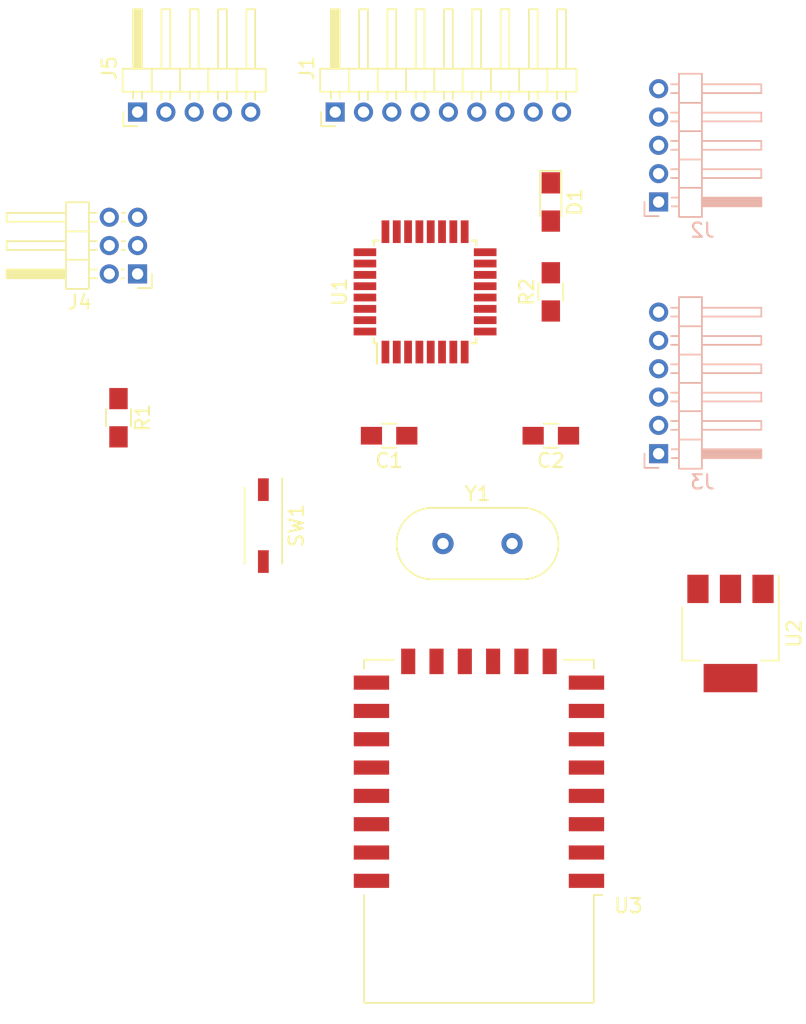
<source format=kicad_pcb>
(kicad_pcb (version 20171130) (host pcbnew "(5.0.2)-1")

  (general
    (thickness 1.6)
    (drawings 0)
    (tracks 0)
    (zones 0)
    (modules 15)
    (nets 31)
  )

  (page A4)
  (layers
    (0 F.Cu signal)
    (31 B.Cu signal)
    (32 B.Adhes user)
    (33 F.Adhes user)
    (34 B.Paste user)
    (35 F.Paste user)
    (36 B.SilkS user)
    (37 F.SilkS user)
    (38 B.Mask user)
    (39 F.Mask user)
    (40 Dwgs.User user)
    (41 Cmts.User user)
    (42 Eco1.User user)
    (43 Eco2.User user)
    (44 Edge.Cuts user)
    (45 Margin user)
    (46 B.CrtYd user)
    (47 F.CrtYd user)
    (48 B.Fab user)
    (49 F.Fab user)
  )

  (setup
    (last_trace_width 0.25)
    (trace_clearance 0.2)
    (zone_clearance 0.508)
    (zone_45_only no)
    (trace_min 0.2)
    (segment_width 0.2)
    (edge_width 0.15)
    (via_size 0.8)
    (via_drill 0.4)
    (via_min_size 0.4)
    (via_min_drill 0.3)
    (uvia_size 0.3)
    (uvia_drill 0.1)
    (uvias_allowed no)
    (uvia_min_size 0.2)
    (uvia_min_drill 0.1)
    (pcb_text_width 0.3)
    (pcb_text_size 1.5 1.5)
    (mod_edge_width 0.15)
    (mod_text_size 1 1)
    (mod_text_width 0.15)
    (pad_size 1.524 1.524)
    (pad_drill 0.762)
    (pad_to_mask_clearance 0.051)
    (solder_mask_min_width 0.25)
    (aux_axis_origin 0 0)
    (visible_elements 7FFFFFFF)
    (pcbplotparams
      (layerselection 0x010fc_ffffffff)
      (usegerberextensions false)
      (usegerberattributes false)
      (usegerberadvancedattributes false)
      (creategerberjobfile false)
      (excludeedgelayer true)
      (linewidth 0.100000)
      (plotframeref false)
      (viasonmask false)
      (mode 1)
      (useauxorigin false)
      (hpglpennumber 1)
      (hpglpenspeed 20)
      (hpglpendiameter 15.000000)
      (psnegative false)
      (psa4output false)
      (plotreference true)
      (plotvalue true)
      (plotinvisibletext false)
      (padsonsilk false)
      (subtractmaskfromsilk false)
      (outputformat 1)
      (mirror false)
      (drillshape 1)
      (scaleselection 1)
      (outputdirectory ""))
  )

  (net 0 "")
  (net 1 GND)
  (net 2 /XTAL1)
  (net 3 /XTAL2)
  (net 4 "Net-(D1-Pad2)")
  (net 5 /ADC_0)
  (net 6 /ADC_1)
  (net 7 /ADC_2)
  (net 8 /ADC_3)
  (net 9 /ADC_4)
  (net 10 /ADC_5)
  (net 11 /ADC_6)
  (net 12 /ADC_7)
  (net 13 /A_ref)
  (net 14 /PB0)
  (net 15 /PB1)
  (net 16 /PB2)
  (net 17 /PB3)
  (net 18 /PB4)
  (net 19 /PD2)
  (net 20 /PD3)
  (net 21 /PD4)
  (net 22 /PD5)
  (net 23 /PD6)
  (net 24 /PD7)
  (net 25 /PB5)
  (net 26 /DTR)
  (net 27 +5V)
  (net 28 /TXD_AVR)
  (net 29 /RXD_AVR)
  (net 30 "Net-(U2-Pad2)")

  (net_class Default "This is the default net class."
    (clearance 0.2)
    (trace_width 0.25)
    (via_dia 0.8)
    (via_drill 0.4)
    (uvia_dia 0.3)
    (uvia_drill 0.1)
    (add_net +5V)
    (add_net /ADC_0)
    (add_net /ADC_1)
    (add_net /ADC_2)
    (add_net /ADC_3)
    (add_net /ADC_4)
    (add_net /ADC_5)
    (add_net /ADC_6)
    (add_net /ADC_7)
    (add_net /A_ref)
    (add_net /DTR)
    (add_net /PB0)
    (add_net /PB1)
    (add_net /PB2)
    (add_net /PB3)
    (add_net /PB4)
    (add_net /PB5)
    (add_net /PD2)
    (add_net /PD3)
    (add_net /PD4)
    (add_net /PD5)
    (add_net /PD6)
    (add_net /PD7)
    (add_net /RXD_AVR)
    (add_net /TXD_AVR)
    (add_net /XTAL1)
    (add_net /XTAL2)
    (add_net GND)
    (add_net "Net-(D1-Pad2)")
    (add_net "Net-(U2-Pad2)")
  )

  (module Crystals:Crystal_HC49-4H_Vertical (layer F.Cu) (tedit 58CD2E9C) (tstamp 5C5F1805)
    (at 147.32 57.15)
    (descr "Crystal THT HC-49-4H http://5hertz.com/pdfs/04404_D.pdf")
    (tags "THT crystalHC-49-4H")
    (path /5C597F12)
    (fp_text reference Y1 (at 2.44 -3.525) (layer F.SilkS)
      (effects (font (size 1 1) (thickness 0.15)))
    )
    (fp_text value Crystal (at 2.44 3.525) (layer F.Fab)
      (effects (font (size 1 1) (thickness 0.15)))
    )
    (fp_text user %R (at 2.44 0) (layer F.Fab)
      (effects (font (size 1 1) (thickness 0.15)))
    )
    (fp_line (start -0.76 -2.325) (end 5.64 -2.325) (layer F.Fab) (width 0.1))
    (fp_line (start -0.76 2.325) (end 5.64 2.325) (layer F.Fab) (width 0.1))
    (fp_line (start -0.56 -2) (end 5.44 -2) (layer F.Fab) (width 0.1))
    (fp_line (start -0.56 2) (end 5.44 2) (layer F.Fab) (width 0.1))
    (fp_line (start -0.76 -2.525) (end 5.64 -2.525) (layer F.SilkS) (width 0.12))
    (fp_line (start -0.76 2.525) (end 5.64 2.525) (layer F.SilkS) (width 0.12))
    (fp_line (start -3.6 -2.8) (end -3.6 2.8) (layer F.CrtYd) (width 0.05))
    (fp_line (start -3.6 2.8) (end 8.5 2.8) (layer F.CrtYd) (width 0.05))
    (fp_line (start 8.5 2.8) (end 8.5 -2.8) (layer F.CrtYd) (width 0.05))
    (fp_line (start 8.5 -2.8) (end -3.6 -2.8) (layer F.CrtYd) (width 0.05))
    (fp_arc (start -0.76 0) (end -0.76 -2.325) (angle -180) (layer F.Fab) (width 0.1))
    (fp_arc (start 5.64 0) (end 5.64 -2.325) (angle 180) (layer F.Fab) (width 0.1))
    (fp_arc (start -0.56 0) (end -0.56 -2) (angle -180) (layer F.Fab) (width 0.1))
    (fp_arc (start 5.44 0) (end 5.44 -2) (angle 180) (layer F.Fab) (width 0.1))
    (fp_arc (start -0.76 0) (end -0.76 -2.525) (angle -180) (layer F.SilkS) (width 0.12))
    (fp_arc (start 5.64 0) (end 5.64 -2.525) (angle 180) (layer F.SilkS) (width 0.12))
    (pad 1 thru_hole circle (at 0 0) (size 1.5 1.5) (drill 0.8) (layers *.Cu *.Mask)
      (net 2 /XTAL1))
    (pad 2 thru_hole circle (at 4.88 0) (size 1.5 1.5) (drill 0.8) (layers *.Cu *.Mask)
      (net 3 /XTAL2))
    (model ${KISYS3DMOD}/Crystals.3dshapes/Crystal_HC49-4H_Vertical.wrl
      (at (xyz 0 0 0))
      (scale (xyz 0.393701 0.393701 0.393701))
      (rotate (xyz 0 0 0))
    )
  )

  (module Capacitors_SMD:C_0805_HandSoldering (layer F.Cu) (tedit 58AA84A8) (tstamp 5C5F1516)
    (at 143.51 49.53 180)
    (descr "Capacitor SMD 0805, hand soldering")
    (tags "capacitor 0805")
    (path /5C598798)
    (attr smd)
    (fp_text reference C1 (at 0 -1.75 180) (layer F.SilkS)
      (effects (font (size 1 1) (thickness 0.15)))
    )
    (fp_text value C_Small (at 0 1.75 180) (layer F.Fab)
      (effects (font (size 1 1) (thickness 0.15)))
    )
    (fp_line (start 2.25 0.87) (end -2.25 0.87) (layer F.CrtYd) (width 0.05))
    (fp_line (start 2.25 0.87) (end 2.25 -0.88) (layer F.CrtYd) (width 0.05))
    (fp_line (start -2.25 -0.88) (end -2.25 0.87) (layer F.CrtYd) (width 0.05))
    (fp_line (start -2.25 -0.88) (end 2.25 -0.88) (layer F.CrtYd) (width 0.05))
    (fp_line (start -0.5 0.85) (end 0.5 0.85) (layer F.SilkS) (width 0.12))
    (fp_line (start 0.5 -0.85) (end -0.5 -0.85) (layer F.SilkS) (width 0.12))
    (fp_line (start -1 -0.62) (end 1 -0.62) (layer F.Fab) (width 0.1))
    (fp_line (start 1 -0.62) (end 1 0.62) (layer F.Fab) (width 0.1))
    (fp_line (start 1 0.62) (end -1 0.62) (layer F.Fab) (width 0.1))
    (fp_line (start -1 0.62) (end -1 -0.62) (layer F.Fab) (width 0.1))
    (fp_text user %R (at 0 -1.75 180) (layer F.Fab)
      (effects (font (size 1 1) (thickness 0.15)))
    )
    (pad 2 smd rect (at 1.25 0 180) (size 1.5 1.25) (layers F.Cu F.Paste F.Mask)
      (net 1 GND))
    (pad 1 smd rect (at -1.25 0 180) (size 1.5 1.25) (layers F.Cu F.Paste F.Mask)
      (net 2 /XTAL1))
    (model Capacitors_SMD.3dshapes/C_0805.wrl
      (at (xyz 0 0 0))
      (scale (xyz 1 1 1))
      (rotate (xyz 0 0 0))
    )
  )

  (module Capacitors_SMD:C_0805_HandSoldering (layer F.Cu) (tedit 58AA84A8) (tstamp 5C5F1527)
    (at 154.94 49.53 180)
    (descr "Capacitor SMD 0805, hand soldering")
    (tags "capacitor 0805")
    (path /5C5987EA)
    (attr smd)
    (fp_text reference C2 (at 0 -1.75 180) (layer F.SilkS)
      (effects (font (size 1 1) (thickness 0.15)))
    )
    (fp_text value C_Small (at 0 1.75 180) (layer F.Fab)
      (effects (font (size 1 1) (thickness 0.15)))
    )
    (fp_text user %R (at 0 -1.75 180) (layer F.Fab)
      (effects (font (size 1 1) (thickness 0.15)))
    )
    (fp_line (start -1 0.62) (end -1 -0.62) (layer F.Fab) (width 0.1))
    (fp_line (start 1 0.62) (end -1 0.62) (layer F.Fab) (width 0.1))
    (fp_line (start 1 -0.62) (end 1 0.62) (layer F.Fab) (width 0.1))
    (fp_line (start -1 -0.62) (end 1 -0.62) (layer F.Fab) (width 0.1))
    (fp_line (start 0.5 -0.85) (end -0.5 -0.85) (layer F.SilkS) (width 0.12))
    (fp_line (start -0.5 0.85) (end 0.5 0.85) (layer F.SilkS) (width 0.12))
    (fp_line (start -2.25 -0.88) (end 2.25 -0.88) (layer F.CrtYd) (width 0.05))
    (fp_line (start -2.25 -0.88) (end -2.25 0.87) (layer F.CrtYd) (width 0.05))
    (fp_line (start 2.25 0.87) (end 2.25 -0.88) (layer F.CrtYd) (width 0.05))
    (fp_line (start 2.25 0.87) (end -2.25 0.87) (layer F.CrtYd) (width 0.05))
    (pad 1 smd rect (at -1.25 0 180) (size 1.5 1.25) (layers F.Cu F.Paste F.Mask)
      (net 3 /XTAL2))
    (pad 2 smd rect (at 1.25 0 180) (size 1.5 1.25) (layers F.Cu F.Paste F.Mask)
      (net 1 GND))
    (model Capacitors_SMD.3dshapes/C_0805.wrl
      (at (xyz 0 0 0))
      (scale (xyz 1 1 1))
      (rotate (xyz 0 0 0))
    )
  )

  (module LEDs:LED_0805_HandSoldering (layer F.Cu) (tedit 595FCA25) (tstamp 5C5F1F38)
    (at 154.94 33.02 270)
    (descr "Resistor SMD 0805, hand soldering")
    (tags "resistor 0805")
    (path /5C59667B)
    (attr smd)
    (fp_text reference D1 (at 0 -1.7 270) (layer F.SilkS)
      (effects (font (size 1 1) (thickness 0.15)))
    )
    (fp_text value LED (at 0 1.75 270) (layer F.Fab)
      (effects (font (size 1 1) (thickness 0.15)))
    )
    (fp_line (start -2.2 -0.75) (end -2.2 0.75) (layer F.SilkS) (width 0.12))
    (fp_line (start 2.35 0.9) (end -2.35 0.9) (layer F.CrtYd) (width 0.05))
    (fp_line (start 2.35 0.9) (end 2.35 -0.9) (layer F.CrtYd) (width 0.05))
    (fp_line (start -2.35 -0.9) (end -2.35 0.9) (layer F.CrtYd) (width 0.05))
    (fp_line (start -2.35 -0.9) (end 2.35 -0.9) (layer F.CrtYd) (width 0.05))
    (fp_line (start -2.2 -0.75) (end 1 -0.75) (layer F.SilkS) (width 0.12))
    (fp_line (start 1 0.75) (end -2.2 0.75) (layer F.SilkS) (width 0.12))
    (fp_line (start -1 -0.62) (end 1 -0.62) (layer F.Fab) (width 0.1))
    (fp_line (start 1 -0.62) (end 1 0.62) (layer F.Fab) (width 0.1))
    (fp_line (start 1 0.62) (end -1 0.62) (layer F.Fab) (width 0.1))
    (fp_line (start -1 0.62) (end -1 -0.62) (layer F.Fab) (width 0.1))
    (fp_line (start 0.2 -0.4) (end 0.2 0.4) (layer F.Fab) (width 0.1))
    (fp_line (start 0.2 0.4) (end -0.4 0) (layer F.Fab) (width 0.1))
    (fp_line (start -0.4 0) (end 0.2 -0.4) (layer F.Fab) (width 0.1))
    (fp_line (start -0.4 -0.4) (end -0.4 0.4) (layer F.Fab) (width 0.1))
    (pad 2 smd rect (at 1.35 0 270) (size 1.5 1.3) (layers F.Cu F.Paste F.Mask)
      (net 4 "Net-(D1-Pad2)"))
    (pad 1 smd rect (at -1.35 0 270) (size 1.5 1.3) (layers F.Cu F.Paste F.Mask)
      (net 1 GND))
    (model ${KISYS3DMOD}/LEDs.3dshapes/LED_0805.wrl
      (at (xyz 0 0 0))
      (scale (xyz 1 1 1))
      (rotate (xyz 0 0 0))
    )
  )

  (module Pin_Headers:Pin_Header_Angled_1x09_Pitch2.00mm (layer F.Cu) (tedit 59650533) (tstamp 5C5F15C9)
    (at 139.7 26.67 90)
    (descr "Through hole angled pin header, 1x09, 2.00mm pitch, 4.2mm pin length, single row")
    (tags "Through hole angled pin header THT 1x09 2.00mm single row")
    (path /5C5AB973)
    (fp_text reference J1 (at 3.1 -2 90) (layer F.SilkS)
      (effects (font (size 1 1) (thickness 0.15)))
    )
    (fp_text value Conn_01x09 (at 3.1 18 90) (layer F.Fab)
      (effects (font (size 1 1) (thickness 0.15)))
    )
    (fp_line (start 1.875 -1) (end 3 -1) (layer F.Fab) (width 0.1))
    (fp_line (start 3 -1) (end 3 17) (layer F.Fab) (width 0.1))
    (fp_line (start 3 17) (end 1.5 17) (layer F.Fab) (width 0.1))
    (fp_line (start 1.5 17) (end 1.5 -0.625) (layer F.Fab) (width 0.1))
    (fp_line (start 1.5 -0.625) (end 1.875 -1) (layer F.Fab) (width 0.1))
    (fp_line (start -0.25 -0.25) (end 1.5 -0.25) (layer F.Fab) (width 0.1))
    (fp_line (start -0.25 -0.25) (end -0.25 0.25) (layer F.Fab) (width 0.1))
    (fp_line (start -0.25 0.25) (end 1.5 0.25) (layer F.Fab) (width 0.1))
    (fp_line (start 3 -0.25) (end 7.2 -0.25) (layer F.Fab) (width 0.1))
    (fp_line (start 7.2 -0.25) (end 7.2 0.25) (layer F.Fab) (width 0.1))
    (fp_line (start 3 0.25) (end 7.2 0.25) (layer F.Fab) (width 0.1))
    (fp_line (start -0.25 1.75) (end 1.5 1.75) (layer F.Fab) (width 0.1))
    (fp_line (start -0.25 1.75) (end -0.25 2.25) (layer F.Fab) (width 0.1))
    (fp_line (start -0.25 2.25) (end 1.5 2.25) (layer F.Fab) (width 0.1))
    (fp_line (start 3 1.75) (end 7.2 1.75) (layer F.Fab) (width 0.1))
    (fp_line (start 7.2 1.75) (end 7.2 2.25) (layer F.Fab) (width 0.1))
    (fp_line (start 3 2.25) (end 7.2 2.25) (layer F.Fab) (width 0.1))
    (fp_line (start -0.25 3.75) (end 1.5 3.75) (layer F.Fab) (width 0.1))
    (fp_line (start -0.25 3.75) (end -0.25 4.25) (layer F.Fab) (width 0.1))
    (fp_line (start -0.25 4.25) (end 1.5 4.25) (layer F.Fab) (width 0.1))
    (fp_line (start 3 3.75) (end 7.2 3.75) (layer F.Fab) (width 0.1))
    (fp_line (start 7.2 3.75) (end 7.2 4.25) (layer F.Fab) (width 0.1))
    (fp_line (start 3 4.25) (end 7.2 4.25) (layer F.Fab) (width 0.1))
    (fp_line (start -0.25 5.75) (end 1.5 5.75) (layer F.Fab) (width 0.1))
    (fp_line (start -0.25 5.75) (end -0.25 6.25) (layer F.Fab) (width 0.1))
    (fp_line (start -0.25 6.25) (end 1.5 6.25) (layer F.Fab) (width 0.1))
    (fp_line (start 3 5.75) (end 7.2 5.75) (layer F.Fab) (width 0.1))
    (fp_line (start 7.2 5.75) (end 7.2 6.25) (layer F.Fab) (width 0.1))
    (fp_line (start 3 6.25) (end 7.2 6.25) (layer F.Fab) (width 0.1))
    (fp_line (start -0.25 7.75) (end 1.5 7.75) (layer F.Fab) (width 0.1))
    (fp_line (start -0.25 7.75) (end -0.25 8.25) (layer F.Fab) (width 0.1))
    (fp_line (start -0.25 8.25) (end 1.5 8.25) (layer F.Fab) (width 0.1))
    (fp_line (start 3 7.75) (end 7.2 7.75) (layer F.Fab) (width 0.1))
    (fp_line (start 7.2 7.75) (end 7.2 8.25) (layer F.Fab) (width 0.1))
    (fp_line (start 3 8.25) (end 7.2 8.25) (layer F.Fab) (width 0.1))
    (fp_line (start -0.25 9.75) (end 1.5 9.75) (layer F.Fab) (width 0.1))
    (fp_line (start -0.25 9.75) (end -0.25 10.25) (layer F.Fab) (width 0.1))
    (fp_line (start -0.25 10.25) (end 1.5 10.25) (layer F.Fab) (width 0.1))
    (fp_line (start 3 9.75) (end 7.2 9.75) (layer F.Fab) (width 0.1))
    (fp_line (start 7.2 9.75) (end 7.2 10.25) (layer F.Fab) (width 0.1))
    (fp_line (start 3 10.25) (end 7.2 10.25) (layer F.Fab) (width 0.1))
    (fp_line (start -0.25 11.75) (end 1.5 11.75) (layer F.Fab) (width 0.1))
    (fp_line (start -0.25 11.75) (end -0.25 12.25) (layer F.Fab) (width 0.1))
    (fp_line (start -0.25 12.25) (end 1.5 12.25) (layer F.Fab) (width 0.1))
    (fp_line (start 3 11.75) (end 7.2 11.75) (layer F.Fab) (width 0.1))
    (fp_line (start 7.2 11.75) (end 7.2 12.25) (layer F.Fab) (width 0.1))
    (fp_line (start 3 12.25) (end 7.2 12.25) (layer F.Fab) (width 0.1))
    (fp_line (start -0.25 13.75) (end 1.5 13.75) (layer F.Fab) (width 0.1))
    (fp_line (start -0.25 13.75) (end -0.25 14.25) (layer F.Fab) (width 0.1))
    (fp_line (start -0.25 14.25) (end 1.5 14.25) (layer F.Fab) (width 0.1))
    (fp_line (start 3 13.75) (end 7.2 13.75) (layer F.Fab) (width 0.1))
    (fp_line (start 7.2 13.75) (end 7.2 14.25) (layer F.Fab) (width 0.1))
    (fp_line (start 3 14.25) (end 7.2 14.25) (layer F.Fab) (width 0.1))
    (fp_line (start -0.25 15.75) (end 1.5 15.75) (layer F.Fab) (width 0.1))
    (fp_line (start -0.25 15.75) (end -0.25 16.25) (layer F.Fab) (width 0.1))
    (fp_line (start -0.25 16.25) (end 1.5 16.25) (layer F.Fab) (width 0.1))
    (fp_line (start 3 15.75) (end 7.2 15.75) (layer F.Fab) (width 0.1))
    (fp_line (start 7.2 15.75) (end 7.2 16.25) (layer F.Fab) (width 0.1))
    (fp_line (start 3 16.25) (end 7.2 16.25) (layer F.Fab) (width 0.1))
    (fp_line (start 1.44 -1.06) (end 1.44 17.06) (layer F.SilkS) (width 0.12))
    (fp_line (start 1.44 17.06) (end 3.06 17.06) (layer F.SilkS) (width 0.12))
    (fp_line (start 3.06 17.06) (end 3.06 -1.06) (layer F.SilkS) (width 0.12))
    (fp_line (start 3.06 -1.06) (end 1.44 -1.06) (layer F.SilkS) (width 0.12))
    (fp_line (start 3.06 -0.31) (end 7.26 -0.31) (layer F.SilkS) (width 0.12))
    (fp_line (start 7.26 -0.31) (end 7.26 0.31) (layer F.SilkS) (width 0.12))
    (fp_line (start 7.26 0.31) (end 3.06 0.31) (layer F.SilkS) (width 0.12))
    (fp_line (start 3.06 -0.25) (end 7.26 -0.25) (layer F.SilkS) (width 0.12))
    (fp_line (start 3.06 -0.13) (end 7.26 -0.13) (layer F.SilkS) (width 0.12))
    (fp_line (start 3.06 -0.01) (end 7.26 -0.01) (layer F.SilkS) (width 0.12))
    (fp_line (start 3.06 0.11) (end 7.26 0.11) (layer F.SilkS) (width 0.12))
    (fp_line (start 3.06 0.23) (end 7.26 0.23) (layer F.SilkS) (width 0.12))
    (fp_line (start 0.935 -0.31) (end 1.44 -0.31) (layer F.SilkS) (width 0.12))
    (fp_line (start 0.935 0.31) (end 1.44 0.31) (layer F.SilkS) (width 0.12))
    (fp_line (start 1.44 1) (end 3.06 1) (layer F.SilkS) (width 0.12))
    (fp_line (start 3.06 1.69) (end 7.26 1.69) (layer F.SilkS) (width 0.12))
    (fp_line (start 7.26 1.69) (end 7.26 2.31) (layer F.SilkS) (width 0.12))
    (fp_line (start 7.26 2.31) (end 3.06 2.31) (layer F.SilkS) (width 0.12))
    (fp_line (start 0.882114 1.69) (end 1.44 1.69) (layer F.SilkS) (width 0.12))
    (fp_line (start 0.882114 2.31) (end 1.44 2.31) (layer F.SilkS) (width 0.12))
    (fp_line (start 1.44 3) (end 3.06 3) (layer F.SilkS) (width 0.12))
    (fp_line (start 3.06 3.69) (end 7.26 3.69) (layer F.SilkS) (width 0.12))
    (fp_line (start 7.26 3.69) (end 7.26 4.31) (layer F.SilkS) (width 0.12))
    (fp_line (start 7.26 4.31) (end 3.06 4.31) (layer F.SilkS) (width 0.12))
    (fp_line (start 0.882114 3.69) (end 1.44 3.69) (layer F.SilkS) (width 0.12))
    (fp_line (start 0.882114 4.31) (end 1.44 4.31) (layer F.SilkS) (width 0.12))
    (fp_line (start 1.44 5) (end 3.06 5) (layer F.SilkS) (width 0.12))
    (fp_line (start 3.06 5.69) (end 7.26 5.69) (layer F.SilkS) (width 0.12))
    (fp_line (start 7.26 5.69) (end 7.26 6.31) (layer F.SilkS) (width 0.12))
    (fp_line (start 7.26 6.31) (end 3.06 6.31) (layer F.SilkS) (width 0.12))
    (fp_line (start 0.882114 5.69) (end 1.44 5.69) (layer F.SilkS) (width 0.12))
    (fp_line (start 0.882114 6.31) (end 1.44 6.31) (layer F.SilkS) (width 0.12))
    (fp_line (start 1.44 7) (end 3.06 7) (layer F.SilkS) (width 0.12))
    (fp_line (start 3.06 7.69) (end 7.26 7.69) (layer F.SilkS) (width 0.12))
    (fp_line (start 7.26 7.69) (end 7.26 8.31) (layer F.SilkS) (width 0.12))
    (fp_line (start 7.26 8.31) (end 3.06 8.31) (layer F.SilkS) (width 0.12))
    (fp_line (start 0.882114 7.69) (end 1.44 7.69) (layer F.SilkS) (width 0.12))
    (fp_line (start 0.882114 8.31) (end 1.44 8.31) (layer F.SilkS) (width 0.12))
    (fp_line (start 1.44 9) (end 3.06 9) (layer F.SilkS) (width 0.12))
    (fp_line (start 3.06 9.69) (end 7.26 9.69) (layer F.SilkS) (width 0.12))
    (fp_line (start 7.26 9.69) (end 7.26 10.31) (layer F.SilkS) (width 0.12))
    (fp_line (start 7.26 10.31) (end 3.06 10.31) (layer F.SilkS) (width 0.12))
    (fp_line (start 0.882114 9.69) (end 1.44 9.69) (layer F.SilkS) (width 0.12))
    (fp_line (start 0.882114 10.31) (end 1.44 10.31) (layer F.SilkS) (width 0.12))
    (fp_line (start 1.44 11) (end 3.06 11) (layer F.SilkS) (width 0.12))
    (fp_line (start 3.06 11.69) (end 7.26 11.69) (layer F.SilkS) (width 0.12))
    (fp_line (start 7.26 11.69) (end 7.26 12.31) (layer F.SilkS) (width 0.12))
    (fp_line (start 7.26 12.31) (end 3.06 12.31) (layer F.SilkS) (width 0.12))
    (fp_line (start 0.882114 11.69) (end 1.44 11.69) (layer F.SilkS) (width 0.12))
    (fp_line (start 0.882114 12.31) (end 1.44 12.31) (layer F.SilkS) (width 0.12))
    (fp_line (start 1.44 13) (end 3.06 13) (layer F.SilkS) (width 0.12))
    (fp_line (start 3.06 13.69) (end 7.26 13.69) (layer F.SilkS) (width 0.12))
    (fp_line (start 7.26 13.69) (end 7.26 14.31) (layer F.SilkS) (width 0.12))
    (fp_line (start 7.26 14.31) (end 3.06 14.31) (layer F.SilkS) (width 0.12))
    (fp_line (start 0.882114 13.69) (end 1.44 13.69) (layer F.SilkS) (width 0.12))
    (fp_line (start 0.882114 14.31) (end 1.44 14.31) (layer F.SilkS) (width 0.12))
    (fp_line (start 1.44 15) (end 3.06 15) (layer F.SilkS) (width 0.12))
    (fp_line (start 3.06 15.69) (end 7.26 15.69) (layer F.SilkS) (width 0.12))
    (fp_line (start 7.26 15.69) (end 7.26 16.31) (layer F.SilkS) (width 0.12))
    (fp_line (start 7.26 16.31) (end 3.06 16.31) (layer F.SilkS) (width 0.12))
    (fp_line (start 0.882114 15.69) (end 1.44 15.69) (layer F.SilkS) (width 0.12))
    (fp_line (start 0.882114 16.31) (end 1.44 16.31) (layer F.SilkS) (width 0.12))
    (fp_line (start -1 0) (end -1 -1) (layer F.SilkS) (width 0.12))
    (fp_line (start -1 -1) (end 0 -1) (layer F.SilkS) (width 0.12))
    (fp_line (start -1.5 -1.5) (end -1.5 17.5) (layer F.CrtYd) (width 0.05))
    (fp_line (start -1.5 17.5) (end 7.7 17.5) (layer F.CrtYd) (width 0.05))
    (fp_line (start 7.7 17.5) (end 7.7 -1.5) (layer F.CrtYd) (width 0.05))
    (fp_line (start 7.7 -1.5) (end -1.5 -1.5) (layer F.CrtYd) (width 0.05))
    (fp_text user %R (at 2.25 8 180) (layer F.Fab)
      (effects (font (size 0.9 0.9) (thickness 0.135)))
    )
    (pad 1 thru_hole rect (at 0 0 90) (size 1.35 1.35) (drill 0.8) (layers *.Cu *.Mask)
      (net 5 /ADC_0))
    (pad 2 thru_hole oval (at 0 2 90) (size 1.35 1.35) (drill 0.8) (layers *.Cu *.Mask)
      (net 6 /ADC_1))
    (pad 3 thru_hole oval (at 0 4 90) (size 1.35 1.35) (drill 0.8) (layers *.Cu *.Mask)
      (net 7 /ADC_2))
    (pad 4 thru_hole oval (at 0 6 90) (size 1.35 1.35) (drill 0.8) (layers *.Cu *.Mask)
      (net 8 /ADC_3))
    (pad 5 thru_hole oval (at 0 8 90) (size 1.35 1.35) (drill 0.8) (layers *.Cu *.Mask)
      (net 9 /ADC_4))
    (pad 6 thru_hole oval (at 0 10 90) (size 1.35 1.35) (drill 0.8) (layers *.Cu *.Mask)
      (net 10 /ADC_5))
    (pad 7 thru_hole oval (at 0 12 90) (size 1.35 1.35) (drill 0.8) (layers *.Cu *.Mask)
      (net 11 /ADC_6))
    (pad 8 thru_hole oval (at 0 14 90) (size 1.35 1.35) (drill 0.8) (layers *.Cu *.Mask)
      (net 12 /ADC_7))
    (pad 9 thru_hole oval (at 0 16 90) (size 1.35 1.35) (drill 0.8) (layers *.Cu *.Mask)
      (net 13 /A_ref))
    (model ${KISYS3DMOD}/Pin_Headers.3dshapes/Pin_Header_Angled_1x09_Pitch2.00mm.wrl
      (at (xyz 0 0 0))
      (scale (xyz 1 1 1))
      (rotate (xyz 0 0 0))
    )
  )

  (module Pin_Headers:Pin_Header_Angled_1x05_Pitch2.00mm (layer B.Cu) (tedit 59650533) (tstamp 5C5F1622)
    (at 162.56 33.02)
    (descr "Through hole angled pin header, 1x05, 2.00mm pitch, 4.2mm pin length, single row")
    (tags "Through hole angled pin header THT 1x05 2.00mm single row")
    (path /5C599804)
    (fp_text reference J2 (at 3.1 2) (layer B.SilkS)
      (effects (font (size 1 1) (thickness 0.15)) (justify mirror))
    )
    (fp_text value Port_B (at 3.1 -10) (layer B.Fab)
      (effects (font (size 1 1) (thickness 0.15)) (justify mirror))
    )
    (fp_line (start 1.875 1) (end 3 1) (layer B.Fab) (width 0.1))
    (fp_line (start 3 1) (end 3 -9) (layer B.Fab) (width 0.1))
    (fp_line (start 3 -9) (end 1.5 -9) (layer B.Fab) (width 0.1))
    (fp_line (start 1.5 -9) (end 1.5 0.625) (layer B.Fab) (width 0.1))
    (fp_line (start 1.5 0.625) (end 1.875 1) (layer B.Fab) (width 0.1))
    (fp_line (start -0.25 0.25) (end 1.5 0.25) (layer B.Fab) (width 0.1))
    (fp_line (start -0.25 0.25) (end -0.25 -0.25) (layer B.Fab) (width 0.1))
    (fp_line (start -0.25 -0.25) (end 1.5 -0.25) (layer B.Fab) (width 0.1))
    (fp_line (start 3 0.25) (end 7.2 0.25) (layer B.Fab) (width 0.1))
    (fp_line (start 7.2 0.25) (end 7.2 -0.25) (layer B.Fab) (width 0.1))
    (fp_line (start 3 -0.25) (end 7.2 -0.25) (layer B.Fab) (width 0.1))
    (fp_line (start -0.25 -1.75) (end 1.5 -1.75) (layer B.Fab) (width 0.1))
    (fp_line (start -0.25 -1.75) (end -0.25 -2.25) (layer B.Fab) (width 0.1))
    (fp_line (start -0.25 -2.25) (end 1.5 -2.25) (layer B.Fab) (width 0.1))
    (fp_line (start 3 -1.75) (end 7.2 -1.75) (layer B.Fab) (width 0.1))
    (fp_line (start 7.2 -1.75) (end 7.2 -2.25) (layer B.Fab) (width 0.1))
    (fp_line (start 3 -2.25) (end 7.2 -2.25) (layer B.Fab) (width 0.1))
    (fp_line (start -0.25 -3.75) (end 1.5 -3.75) (layer B.Fab) (width 0.1))
    (fp_line (start -0.25 -3.75) (end -0.25 -4.25) (layer B.Fab) (width 0.1))
    (fp_line (start -0.25 -4.25) (end 1.5 -4.25) (layer B.Fab) (width 0.1))
    (fp_line (start 3 -3.75) (end 7.2 -3.75) (layer B.Fab) (width 0.1))
    (fp_line (start 7.2 -3.75) (end 7.2 -4.25) (layer B.Fab) (width 0.1))
    (fp_line (start 3 -4.25) (end 7.2 -4.25) (layer B.Fab) (width 0.1))
    (fp_line (start -0.25 -5.75) (end 1.5 -5.75) (layer B.Fab) (width 0.1))
    (fp_line (start -0.25 -5.75) (end -0.25 -6.25) (layer B.Fab) (width 0.1))
    (fp_line (start -0.25 -6.25) (end 1.5 -6.25) (layer B.Fab) (width 0.1))
    (fp_line (start 3 -5.75) (end 7.2 -5.75) (layer B.Fab) (width 0.1))
    (fp_line (start 7.2 -5.75) (end 7.2 -6.25) (layer B.Fab) (width 0.1))
    (fp_line (start 3 -6.25) (end 7.2 -6.25) (layer B.Fab) (width 0.1))
    (fp_line (start -0.25 -7.75) (end 1.5 -7.75) (layer B.Fab) (width 0.1))
    (fp_line (start -0.25 -7.75) (end -0.25 -8.25) (layer B.Fab) (width 0.1))
    (fp_line (start -0.25 -8.25) (end 1.5 -8.25) (layer B.Fab) (width 0.1))
    (fp_line (start 3 -7.75) (end 7.2 -7.75) (layer B.Fab) (width 0.1))
    (fp_line (start 7.2 -7.75) (end 7.2 -8.25) (layer B.Fab) (width 0.1))
    (fp_line (start 3 -8.25) (end 7.2 -8.25) (layer B.Fab) (width 0.1))
    (fp_line (start 1.44 1.06) (end 1.44 -9.06) (layer B.SilkS) (width 0.12))
    (fp_line (start 1.44 -9.06) (end 3.06 -9.06) (layer B.SilkS) (width 0.12))
    (fp_line (start 3.06 -9.06) (end 3.06 1.06) (layer B.SilkS) (width 0.12))
    (fp_line (start 3.06 1.06) (end 1.44 1.06) (layer B.SilkS) (width 0.12))
    (fp_line (start 3.06 0.31) (end 7.26 0.31) (layer B.SilkS) (width 0.12))
    (fp_line (start 7.26 0.31) (end 7.26 -0.31) (layer B.SilkS) (width 0.12))
    (fp_line (start 7.26 -0.31) (end 3.06 -0.31) (layer B.SilkS) (width 0.12))
    (fp_line (start 3.06 0.25) (end 7.26 0.25) (layer B.SilkS) (width 0.12))
    (fp_line (start 3.06 0.13) (end 7.26 0.13) (layer B.SilkS) (width 0.12))
    (fp_line (start 3.06 0.01) (end 7.26 0.01) (layer B.SilkS) (width 0.12))
    (fp_line (start 3.06 -0.11) (end 7.26 -0.11) (layer B.SilkS) (width 0.12))
    (fp_line (start 3.06 -0.23) (end 7.26 -0.23) (layer B.SilkS) (width 0.12))
    (fp_line (start 0.935 0.31) (end 1.44 0.31) (layer B.SilkS) (width 0.12))
    (fp_line (start 0.935 -0.31) (end 1.44 -0.31) (layer B.SilkS) (width 0.12))
    (fp_line (start 1.44 -1) (end 3.06 -1) (layer B.SilkS) (width 0.12))
    (fp_line (start 3.06 -1.69) (end 7.26 -1.69) (layer B.SilkS) (width 0.12))
    (fp_line (start 7.26 -1.69) (end 7.26 -2.31) (layer B.SilkS) (width 0.12))
    (fp_line (start 7.26 -2.31) (end 3.06 -2.31) (layer B.SilkS) (width 0.12))
    (fp_line (start 0.882114 -1.69) (end 1.44 -1.69) (layer B.SilkS) (width 0.12))
    (fp_line (start 0.882114 -2.31) (end 1.44 -2.31) (layer B.SilkS) (width 0.12))
    (fp_line (start 1.44 -3) (end 3.06 -3) (layer B.SilkS) (width 0.12))
    (fp_line (start 3.06 -3.69) (end 7.26 -3.69) (layer B.SilkS) (width 0.12))
    (fp_line (start 7.26 -3.69) (end 7.26 -4.31) (layer B.SilkS) (width 0.12))
    (fp_line (start 7.26 -4.31) (end 3.06 -4.31) (layer B.SilkS) (width 0.12))
    (fp_line (start 0.882114 -3.69) (end 1.44 -3.69) (layer B.SilkS) (width 0.12))
    (fp_line (start 0.882114 -4.31) (end 1.44 -4.31) (layer B.SilkS) (width 0.12))
    (fp_line (start 1.44 -5) (end 3.06 -5) (layer B.SilkS) (width 0.12))
    (fp_line (start 3.06 -5.69) (end 7.26 -5.69) (layer B.SilkS) (width 0.12))
    (fp_line (start 7.26 -5.69) (end 7.26 -6.31) (layer B.SilkS) (width 0.12))
    (fp_line (start 7.26 -6.31) (end 3.06 -6.31) (layer B.SilkS) (width 0.12))
    (fp_line (start 0.882114 -5.69) (end 1.44 -5.69) (layer B.SilkS) (width 0.12))
    (fp_line (start 0.882114 -6.31) (end 1.44 -6.31) (layer B.SilkS) (width 0.12))
    (fp_line (start 1.44 -7) (end 3.06 -7) (layer B.SilkS) (width 0.12))
    (fp_line (start 3.06 -7.69) (end 7.26 -7.69) (layer B.SilkS) (width 0.12))
    (fp_line (start 7.26 -7.69) (end 7.26 -8.31) (layer B.SilkS) (width 0.12))
    (fp_line (start 7.26 -8.31) (end 3.06 -8.31) (layer B.SilkS) (width 0.12))
    (fp_line (start 0.882114 -7.69) (end 1.44 -7.69) (layer B.SilkS) (width 0.12))
    (fp_line (start 0.882114 -8.31) (end 1.44 -8.31) (layer B.SilkS) (width 0.12))
    (fp_line (start -1 0) (end -1 1) (layer B.SilkS) (width 0.12))
    (fp_line (start -1 1) (end 0 1) (layer B.SilkS) (width 0.12))
    (fp_line (start -1.5 1.5) (end -1.5 -9.5) (layer B.CrtYd) (width 0.05))
    (fp_line (start -1.5 -9.5) (end 7.7 -9.5) (layer B.CrtYd) (width 0.05))
    (fp_line (start 7.7 -9.5) (end 7.7 1.5) (layer B.CrtYd) (width 0.05))
    (fp_line (start 7.7 1.5) (end -1.5 1.5) (layer B.CrtYd) (width 0.05))
    (fp_text user %R (at 2.25 -4 -90) (layer B.Fab)
      (effects (font (size 0.9 0.9) (thickness 0.135)) (justify mirror))
    )
    (pad 1 thru_hole rect (at 0 0) (size 1.35 1.35) (drill 0.8) (layers *.Cu *.Mask)
      (net 14 /PB0))
    (pad 2 thru_hole oval (at 0 -2) (size 1.35 1.35) (drill 0.8) (layers *.Cu *.Mask)
      (net 15 /PB1))
    (pad 3 thru_hole oval (at 0 -4) (size 1.35 1.35) (drill 0.8) (layers *.Cu *.Mask)
      (net 16 /PB2))
    (pad 4 thru_hole oval (at 0 -6) (size 1.35 1.35) (drill 0.8) (layers *.Cu *.Mask)
      (net 17 /PB3))
    (pad 5 thru_hole oval (at 0 -8) (size 1.35 1.35) (drill 0.8) (layers *.Cu *.Mask)
      (net 18 /PB4))
    (model ${KISYS3DMOD}/Pin_Headers.3dshapes/Pin_Header_Angled_1x05_Pitch2.00mm.wrl
      (at (xyz 0 0 0))
      (scale (xyz 1 1 1))
      (rotate (xyz 0 0 0))
    )
  )

  (module Pin_Headers:Pin_Header_Angled_1x06_Pitch2.00mm (layer B.Cu) (tedit 59650533) (tstamp 5C5F1688)
    (at 162.56 50.8)
    (descr "Through hole angled pin header, 1x06, 2.00mm pitch, 4.2mm pin length, single row")
    (tags "Through hole angled pin header THT 1x06 2.00mm single row")
    (path /5C59EEA4)
    (fp_text reference J3 (at 3.1 2) (layer B.SilkS)
      (effects (font (size 1 1) (thickness 0.15)) (justify mirror))
    )
    (fp_text value Conn_01x06 (at 3.1 -12) (layer B.Fab)
      (effects (font (size 1 1) (thickness 0.15)) (justify mirror))
    )
    (fp_line (start 1.875 1) (end 3 1) (layer B.Fab) (width 0.1))
    (fp_line (start 3 1) (end 3 -11) (layer B.Fab) (width 0.1))
    (fp_line (start 3 -11) (end 1.5 -11) (layer B.Fab) (width 0.1))
    (fp_line (start 1.5 -11) (end 1.5 0.625) (layer B.Fab) (width 0.1))
    (fp_line (start 1.5 0.625) (end 1.875 1) (layer B.Fab) (width 0.1))
    (fp_line (start -0.25 0.25) (end 1.5 0.25) (layer B.Fab) (width 0.1))
    (fp_line (start -0.25 0.25) (end -0.25 -0.25) (layer B.Fab) (width 0.1))
    (fp_line (start -0.25 -0.25) (end 1.5 -0.25) (layer B.Fab) (width 0.1))
    (fp_line (start 3 0.25) (end 7.2 0.25) (layer B.Fab) (width 0.1))
    (fp_line (start 7.2 0.25) (end 7.2 -0.25) (layer B.Fab) (width 0.1))
    (fp_line (start 3 -0.25) (end 7.2 -0.25) (layer B.Fab) (width 0.1))
    (fp_line (start -0.25 -1.75) (end 1.5 -1.75) (layer B.Fab) (width 0.1))
    (fp_line (start -0.25 -1.75) (end -0.25 -2.25) (layer B.Fab) (width 0.1))
    (fp_line (start -0.25 -2.25) (end 1.5 -2.25) (layer B.Fab) (width 0.1))
    (fp_line (start 3 -1.75) (end 7.2 -1.75) (layer B.Fab) (width 0.1))
    (fp_line (start 7.2 -1.75) (end 7.2 -2.25) (layer B.Fab) (width 0.1))
    (fp_line (start 3 -2.25) (end 7.2 -2.25) (layer B.Fab) (width 0.1))
    (fp_line (start -0.25 -3.75) (end 1.5 -3.75) (layer B.Fab) (width 0.1))
    (fp_line (start -0.25 -3.75) (end -0.25 -4.25) (layer B.Fab) (width 0.1))
    (fp_line (start -0.25 -4.25) (end 1.5 -4.25) (layer B.Fab) (width 0.1))
    (fp_line (start 3 -3.75) (end 7.2 -3.75) (layer B.Fab) (width 0.1))
    (fp_line (start 7.2 -3.75) (end 7.2 -4.25) (layer B.Fab) (width 0.1))
    (fp_line (start 3 -4.25) (end 7.2 -4.25) (layer B.Fab) (width 0.1))
    (fp_line (start -0.25 -5.75) (end 1.5 -5.75) (layer B.Fab) (width 0.1))
    (fp_line (start -0.25 -5.75) (end -0.25 -6.25) (layer B.Fab) (width 0.1))
    (fp_line (start -0.25 -6.25) (end 1.5 -6.25) (layer B.Fab) (width 0.1))
    (fp_line (start 3 -5.75) (end 7.2 -5.75) (layer B.Fab) (width 0.1))
    (fp_line (start 7.2 -5.75) (end 7.2 -6.25) (layer B.Fab) (width 0.1))
    (fp_line (start 3 -6.25) (end 7.2 -6.25) (layer B.Fab) (width 0.1))
    (fp_line (start -0.25 -7.75) (end 1.5 -7.75) (layer B.Fab) (width 0.1))
    (fp_line (start -0.25 -7.75) (end -0.25 -8.25) (layer B.Fab) (width 0.1))
    (fp_line (start -0.25 -8.25) (end 1.5 -8.25) (layer B.Fab) (width 0.1))
    (fp_line (start 3 -7.75) (end 7.2 -7.75) (layer B.Fab) (width 0.1))
    (fp_line (start 7.2 -7.75) (end 7.2 -8.25) (layer B.Fab) (width 0.1))
    (fp_line (start 3 -8.25) (end 7.2 -8.25) (layer B.Fab) (width 0.1))
    (fp_line (start -0.25 -9.75) (end 1.5 -9.75) (layer B.Fab) (width 0.1))
    (fp_line (start -0.25 -9.75) (end -0.25 -10.25) (layer B.Fab) (width 0.1))
    (fp_line (start -0.25 -10.25) (end 1.5 -10.25) (layer B.Fab) (width 0.1))
    (fp_line (start 3 -9.75) (end 7.2 -9.75) (layer B.Fab) (width 0.1))
    (fp_line (start 7.2 -9.75) (end 7.2 -10.25) (layer B.Fab) (width 0.1))
    (fp_line (start 3 -10.25) (end 7.2 -10.25) (layer B.Fab) (width 0.1))
    (fp_line (start 1.44 1.06) (end 1.44 -11.06) (layer B.SilkS) (width 0.12))
    (fp_line (start 1.44 -11.06) (end 3.06 -11.06) (layer B.SilkS) (width 0.12))
    (fp_line (start 3.06 -11.06) (end 3.06 1.06) (layer B.SilkS) (width 0.12))
    (fp_line (start 3.06 1.06) (end 1.44 1.06) (layer B.SilkS) (width 0.12))
    (fp_line (start 3.06 0.31) (end 7.26 0.31) (layer B.SilkS) (width 0.12))
    (fp_line (start 7.26 0.31) (end 7.26 -0.31) (layer B.SilkS) (width 0.12))
    (fp_line (start 7.26 -0.31) (end 3.06 -0.31) (layer B.SilkS) (width 0.12))
    (fp_line (start 3.06 0.25) (end 7.26 0.25) (layer B.SilkS) (width 0.12))
    (fp_line (start 3.06 0.13) (end 7.26 0.13) (layer B.SilkS) (width 0.12))
    (fp_line (start 3.06 0.01) (end 7.26 0.01) (layer B.SilkS) (width 0.12))
    (fp_line (start 3.06 -0.11) (end 7.26 -0.11) (layer B.SilkS) (width 0.12))
    (fp_line (start 3.06 -0.23) (end 7.26 -0.23) (layer B.SilkS) (width 0.12))
    (fp_line (start 0.935 0.31) (end 1.44 0.31) (layer B.SilkS) (width 0.12))
    (fp_line (start 0.935 -0.31) (end 1.44 -0.31) (layer B.SilkS) (width 0.12))
    (fp_line (start 1.44 -1) (end 3.06 -1) (layer B.SilkS) (width 0.12))
    (fp_line (start 3.06 -1.69) (end 7.26 -1.69) (layer B.SilkS) (width 0.12))
    (fp_line (start 7.26 -1.69) (end 7.26 -2.31) (layer B.SilkS) (width 0.12))
    (fp_line (start 7.26 -2.31) (end 3.06 -2.31) (layer B.SilkS) (width 0.12))
    (fp_line (start 0.882114 -1.69) (end 1.44 -1.69) (layer B.SilkS) (width 0.12))
    (fp_line (start 0.882114 -2.31) (end 1.44 -2.31) (layer B.SilkS) (width 0.12))
    (fp_line (start 1.44 -3) (end 3.06 -3) (layer B.SilkS) (width 0.12))
    (fp_line (start 3.06 -3.69) (end 7.26 -3.69) (layer B.SilkS) (width 0.12))
    (fp_line (start 7.26 -3.69) (end 7.26 -4.31) (layer B.SilkS) (width 0.12))
    (fp_line (start 7.26 -4.31) (end 3.06 -4.31) (layer B.SilkS) (width 0.12))
    (fp_line (start 0.882114 -3.69) (end 1.44 -3.69) (layer B.SilkS) (width 0.12))
    (fp_line (start 0.882114 -4.31) (end 1.44 -4.31) (layer B.SilkS) (width 0.12))
    (fp_line (start 1.44 -5) (end 3.06 -5) (layer B.SilkS) (width 0.12))
    (fp_line (start 3.06 -5.69) (end 7.26 -5.69) (layer B.SilkS) (width 0.12))
    (fp_line (start 7.26 -5.69) (end 7.26 -6.31) (layer B.SilkS) (width 0.12))
    (fp_line (start 7.26 -6.31) (end 3.06 -6.31) (layer B.SilkS) (width 0.12))
    (fp_line (start 0.882114 -5.69) (end 1.44 -5.69) (layer B.SilkS) (width 0.12))
    (fp_line (start 0.882114 -6.31) (end 1.44 -6.31) (layer B.SilkS) (width 0.12))
    (fp_line (start 1.44 -7) (end 3.06 -7) (layer B.SilkS) (width 0.12))
    (fp_line (start 3.06 -7.69) (end 7.26 -7.69) (layer B.SilkS) (width 0.12))
    (fp_line (start 7.26 -7.69) (end 7.26 -8.31) (layer B.SilkS) (width 0.12))
    (fp_line (start 7.26 -8.31) (end 3.06 -8.31) (layer B.SilkS) (width 0.12))
    (fp_line (start 0.882114 -7.69) (end 1.44 -7.69) (layer B.SilkS) (width 0.12))
    (fp_line (start 0.882114 -8.31) (end 1.44 -8.31) (layer B.SilkS) (width 0.12))
    (fp_line (start 1.44 -9) (end 3.06 -9) (layer B.SilkS) (width 0.12))
    (fp_line (start 3.06 -9.69) (end 7.26 -9.69) (layer B.SilkS) (width 0.12))
    (fp_line (start 7.26 -9.69) (end 7.26 -10.31) (layer B.SilkS) (width 0.12))
    (fp_line (start 7.26 -10.31) (end 3.06 -10.31) (layer B.SilkS) (width 0.12))
    (fp_line (start 0.882114 -9.69) (end 1.44 -9.69) (layer B.SilkS) (width 0.12))
    (fp_line (start 0.882114 -10.31) (end 1.44 -10.31) (layer B.SilkS) (width 0.12))
    (fp_line (start -1 0) (end -1 1) (layer B.SilkS) (width 0.12))
    (fp_line (start -1 1) (end 0 1) (layer B.SilkS) (width 0.12))
    (fp_line (start -1.5 1.5) (end -1.5 -11.5) (layer B.CrtYd) (width 0.05))
    (fp_line (start -1.5 -11.5) (end 7.7 -11.5) (layer B.CrtYd) (width 0.05))
    (fp_line (start 7.7 -11.5) (end 7.7 1.5) (layer B.CrtYd) (width 0.05))
    (fp_line (start 7.7 1.5) (end -1.5 1.5) (layer B.CrtYd) (width 0.05))
    (fp_text user %R (at 2.25 -5 -90) (layer B.Fab)
      (effects (font (size 0.9 0.9) (thickness 0.135)) (justify mirror))
    )
    (pad 1 thru_hole rect (at 0 0) (size 1.35 1.35) (drill 0.8) (layers *.Cu *.Mask)
      (net 19 /PD2))
    (pad 2 thru_hole oval (at 0 -2) (size 1.35 1.35) (drill 0.8) (layers *.Cu *.Mask)
      (net 20 /PD3))
    (pad 3 thru_hole oval (at 0 -4) (size 1.35 1.35) (drill 0.8) (layers *.Cu *.Mask)
      (net 21 /PD4))
    (pad 4 thru_hole oval (at 0 -6) (size 1.35 1.35) (drill 0.8) (layers *.Cu *.Mask)
      (net 22 /PD5))
    (pad 5 thru_hole oval (at 0 -8) (size 1.35 1.35) (drill 0.8) (layers *.Cu *.Mask)
      (net 23 /PD6))
    (pad 6 thru_hole oval (at 0 -10) (size 1.35 1.35) (drill 0.8) (layers *.Cu *.Mask)
      (net 24 /PD7))
    (model ${KISYS3DMOD}/Pin_Headers.3dshapes/Pin_Header_Angled_1x06_Pitch2.00mm.wrl
      (at (xyz 0 0 0))
      (scale (xyz 1 1 1))
      (rotate (xyz 0 0 0))
    )
  )

  (module Pin_Headers:Pin_Header_Angled_2x03_Pitch2.00mm (layer F.Cu) (tedit 59650534) (tstamp 5C5F16D0)
    (at 125.73 38.1 180)
    (descr "Through hole angled pin header, 2x03, 2.00mm pitch, 4.2mm pin length, double rows")
    (tags "Through hole angled pin header THT 2x03 2.00mm double row")
    (path /5C5A0233)
    (fp_text reference J4 (at 4.1 -2 180) (layer F.SilkS)
      (effects (font (size 1 1) (thickness 0.15)))
    )
    (fp_text value ISP (at 4.1 6 180) (layer F.Fab)
      (effects (font (size 1 1) (thickness 0.15)))
    )
    (fp_line (start 3.875 -1) (end 5 -1) (layer F.Fab) (width 0.1))
    (fp_line (start 5 -1) (end 5 5) (layer F.Fab) (width 0.1))
    (fp_line (start 5 5) (end 3.5 5) (layer F.Fab) (width 0.1))
    (fp_line (start 3.5 5) (end 3.5 -0.625) (layer F.Fab) (width 0.1))
    (fp_line (start 3.5 -0.625) (end 3.875 -1) (layer F.Fab) (width 0.1))
    (fp_line (start -0.25 -0.25) (end 3.5 -0.25) (layer F.Fab) (width 0.1))
    (fp_line (start -0.25 -0.25) (end -0.25 0.25) (layer F.Fab) (width 0.1))
    (fp_line (start -0.25 0.25) (end 3.5 0.25) (layer F.Fab) (width 0.1))
    (fp_line (start 5 -0.25) (end 9.2 -0.25) (layer F.Fab) (width 0.1))
    (fp_line (start 9.2 -0.25) (end 9.2 0.25) (layer F.Fab) (width 0.1))
    (fp_line (start 5 0.25) (end 9.2 0.25) (layer F.Fab) (width 0.1))
    (fp_line (start -0.25 1.75) (end 3.5 1.75) (layer F.Fab) (width 0.1))
    (fp_line (start -0.25 1.75) (end -0.25 2.25) (layer F.Fab) (width 0.1))
    (fp_line (start -0.25 2.25) (end 3.5 2.25) (layer F.Fab) (width 0.1))
    (fp_line (start 5 1.75) (end 9.2 1.75) (layer F.Fab) (width 0.1))
    (fp_line (start 9.2 1.75) (end 9.2 2.25) (layer F.Fab) (width 0.1))
    (fp_line (start 5 2.25) (end 9.2 2.25) (layer F.Fab) (width 0.1))
    (fp_line (start -0.25 3.75) (end 3.5 3.75) (layer F.Fab) (width 0.1))
    (fp_line (start -0.25 3.75) (end -0.25 4.25) (layer F.Fab) (width 0.1))
    (fp_line (start -0.25 4.25) (end 3.5 4.25) (layer F.Fab) (width 0.1))
    (fp_line (start 5 3.75) (end 9.2 3.75) (layer F.Fab) (width 0.1))
    (fp_line (start 9.2 3.75) (end 9.2 4.25) (layer F.Fab) (width 0.1))
    (fp_line (start 5 4.25) (end 9.2 4.25) (layer F.Fab) (width 0.1))
    (fp_line (start 3.44 -1.06) (end 3.44 5.06) (layer F.SilkS) (width 0.12))
    (fp_line (start 3.44 5.06) (end 5.06 5.06) (layer F.SilkS) (width 0.12))
    (fp_line (start 5.06 5.06) (end 5.06 -1.06) (layer F.SilkS) (width 0.12))
    (fp_line (start 5.06 -1.06) (end 3.44 -1.06) (layer F.SilkS) (width 0.12))
    (fp_line (start 5.06 -0.31) (end 9.26 -0.31) (layer F.SilkS) (width 0.12))
    (fp_line (start 9.26 -0.31) (end 9.26 0.31) (layer F.SilkS) (width 0.12))
    (fp_line (start 9.26 0.31) (end 5.06 0.31) (layer F.SilkS) (width 0.12))
    (fp_line (start 5.06 -0.25) (end 9.26 -0.25) (layer F.SilkS) (width 0.12))
    (fp_line (start 5.06 -0.13) (end 9.26 -0.13) (layer F.SilkS) (width 0.12))
    (fp_line (start 5.06 -0.01) (end 9.26 -0.01) (layer F.SilkS) (width 0.12))
    (fp_line (start 5.06 0.11) (end 9.26 0.11) (layer F.SilkS) (width 0.12))
    (fp_line (start 5.06 0.23) (end 9.26 0.23) (layer F.SilkS) (width 0.12))
    (fp_line (start 2.882114 -0.31) (end 3.44 -0.31) (layer F.SilkS) (width 0.12))
    (fp_line (start 2.882114 0.31) (end 3.44 0.31) (layer F.SilkS) (width 0.12))
    (fp_line (start 0.935 -0.31) (end 1.117886 -0.31) (layer F.SilkS) (width 0.12))
    (fp_line (start 0.935 0.31) (end 1.117886 0.31) (layer F.SilkS) (width 0.12))
    (fp_line (start 3.44 1) (end 5.06 1) (layer F.SilkS) (width 0.12))
    (fp_line (start 5.06 1.69) (end 9.26 1.69) (layer F.SilkS) (width 0.12))
    (fp_line (start 9.26 1.69) (end 9.26 2.31) (layer F.SilkS) (width 0.12))
    (fp_line (start 9.26 2.31) (end 5.06 2.31) (layer F.SilkS) (width 0.12))
    (fp_line (start 2.882114 1.69) (end 3.44 1.69) (layer F.SilkS) (width 0.12))
    (fp_line (start 2.882114 2.31) (end 3.44 2.31) (layer F.SilkS) (width 0.12))
    (fp_line (start 0.882114 1.69) (end 1.117886 1.69) (layer F.SilkS) (width 0.12))
    (fp_line (start 0.882114 2.31) (end 1.117886 2.31) (layer F.SilkS) (width 0.12))
    (fp_line (start 3.44 3) (end 5.06 3) (layer F.SilkS) (width 0.12))
    (fp_line (start 5.06 3.69) (end 9.26 3.69) (layer F.SilkS) (width 0.12))
    (fp_line (start 9.26 3.69) (end 9.26 4.31) (layer F.SilkS) (width 0.12))
    (fp_line (start 9.26 4.31) (end 5.06 4.31) (layer F.SilkS) (width 0.12))
    (fp_line (start 2.882114 3.69) (end 3.44 3.69) (layer F.SilkS) (width 0.12))
    (fp_line (start 2.882114 4.31) (end 3.44 4.31) (layer F.SilkS) (width 0.12))
    (fp_line (start 0.882114 3.69) (end 1.117886 3.69) (layer F.SilkS) (width 0.12))
    (fp_line (start 0.882114 4.31) (end 1.117886 4.31) (layer F.SilkS) (width 0.12))
    (fp_line (start -1 0) (end -1 -1) (layer F.SilkS) (width 0.12))
    (fp_line (start -1 -1) (end 0 -1) (layer F.SilkS) (width 0.12))
    (fp_line (start -1.5 -1.5) (end -1.5 5.5) (layer F.CrtYd) (width 0.05))
    (fp_line (start -1.5 5.5) (end 9.7 5.5) (layer F.CrtYd) (width 0.05))
    (fp_line (start 9.7 5.5) (end 9.7 -1.5) (layer F.CrtYd) (width 0.05))
    (fp_line (start 9.7 -1.5) (end -1.5 -1.5) (layer F.CrtYd) (width 0.05))
    (fp_text user %R (at 4.25 2 270) (layer F.Fab)
      (effects (font (size 0.9 0.9) (thickness 0.135)))
    )
    (pad 1 thru_hole rect (at 0 0 180) (size 1.35 1.35) (drill 0.8) (layers *.Cu *.Mask)
      (net 18 /PB4))
    (pad 2 thru_hole oval (at 2 0 180) (size 1.35 1.35) (drill 0.8) (layers *.Cu *.Mask)
      (net 25 /PB5))
    (pad 3 thru_hole oval (at 0 2 180) (size 1.35 1.35) (drill 0.8) (layers *.Cu *.Mask)
      (net 26 /DTR))
    (pad 4 thru_hole oval (at 2 2 180) (size 1.35 1.35) (drill 0.8) (layers *.Cu *.Mask)
      (net 27 +5V))
    (pad 5 thru_hole oval (at 0 4 180) (size 1.35 1.35) (drill 0.8) (layers *.Cu *.Mask)
      (net 17 /PB3))
    (pad 6 thru_hole oval (at 2 4 180) (size 1.35 1.35) (drill 0.8) (layers *.Cu *.Mask)
      (net 1 GND))
    (model ${KISYS3DMOD}/Pin_Headers.3dshapes/Pin_Header_Angled_2x03_Pitch2.00mm.wrl
      (at (xyz 0 0 0))
      (scale (xyz 1 1 1))
      (rotate (xyz 0 0 0))
    )
  )

  (module Pin_Headers:Pin_Header_Angled_1x05_Pitch2.00mm (layer F.Cu) (tedit 59650533) (tstamp 5C5F1729)
    (at 125.73 26.67 90)
    (descr "Through hole angled pin header, 1x05, 2.00mm pitch, 4.2mm pin length, single row")
    (tags "Through hole angled pin header THT 1x05 2.00mm single row")
    (path /5C59EF00)
    (fp_text reference J5 (at 3.1 -2 90) (layer F.SilkS)
      (effects (font (size 1 1) (thickness 0.15)))
    )
    (fp_text value arduino_port (at 3.1 10 90) (layer F.Fab)
      (effects (font (size 1 1) (thickness 0.15)))
    )
    (fp_text user %R (at 2.25 4 180) (layer F.Fab)
      (effects (font (size 0.9 0.9) (thickness 0.135)))
    )
    (fp_line (start 7.7 -1.5) (end -1.5 -1.5) (layer F.CrtYd) (width 0.05))
    (fp_line (start 7.7 9.5) (end 7.7 -1.5) (layer F.CrtYd) (width 0.05))
    (fp_line (start -1.5 9.5) (end 7.7 9.5) (layer F.CrtYd) (width 0.05))
    (fp_line (start -1.5 -1.5) (end -1.5 9.5) (layer F.CrtYd) (width 0.05))
    (fp_line (start -1 -1) (end 0 -1) (layer F.SilkS) (width 0.12))
    (fp_line (start -1 0) (end -1 -1) (layer F.SilkS) (width 0.12))
    (fp_line (start 0.882114 8.31) (end 1.44 8.31) (layer F.SilkS) (width 0.12))
    (fp_line (start 0.882114 7.69) (end 1.44 7.69) (layer F.SilkS) (width 0.12))
    (fp_line (start 7.26 8.31) (end 3.06 8.31) (layer F.SilkS) (width 0.12))
    (fp_line (start 7.26 7.69) (end 7.26 8.31) (layer F.SilkS) (width 0.12))
    (fp_line (start 3.06 7.69) (end 7.26 7.69) (layer F.SilkS) (width 0.12))
    (fp_line (start 1.44 7) (end 3.06 7) (layer F.SilkS) (width 0.12))
    (fp_line (start 0.882114 6.31) (end 1.44 6.31) (layer F.SilkS) (width 0.12))
    (fp_line (start 0.882114 5.69) (end 1.44 5.69) (layer F.SilkS) (width 0.12))
    (fp_line (start 7.26 6.31) (end 3.06 6.31) (layer F.SilkS) (width 0.12))
    (fp_line (start 7.26 5.69) (end 7.26 6.31) (layer F.SilkS) (width 0.12))
    (fp_line (start 3.06 5.69) (end 7.26 5.69) (layer F.SilkS) (width 0.12))
    (fp_line (start 1.44 5) (end 3.06 5) (layer F.SilkS) (width 0.12))
    (fp_line (start 0.882114 4.31) (end 1.44 4.31) (layer F.SilkS) (width 0.12))
    (fp_line (start 0.882114 3.69) (end 1.44 3.69) (layer F.SilkS) (width 0.12))
    (fp_line (start 7.26 4.31) (end 3.06 4.31) (layer F.SilkS) (width 0.12))
    (fp_line (start 7.26 3.69) (end 7.26 4.31) (layer F.SilkS) (width 0.12))
    (fp_line (start 3.06 3.69) (end 7.26 3.69) (layer F.SilkS) (width 0.12))
    (fp_line (start 1.44 3) (end 3.06 3) (layer F.SilkS) (width 0.12))
    (fp_line (start 0.882114 2.31) (end 1.44 2.31) (layer F.SilkS) (width 0.12))
    (fp_line (start 0.882114 1.69) (end 1.44 1.69) (layer F.SilkS) (width 0.12))
    (fp_line (start 7.26 2.31) (end 3.06 2.31) (layer F.SilkS) (width 0.12))
    (fp_line (start 7.26 1.69) (end 7.26 2.31) (layer F.SilkS) (width 0.12))
    (fp_line (start 3.06 1.69) (end 7.26 1.69) (layer F.SilkS) (width 0.12))
    (fp_line (start 1.44 1) (end 3.06 1) (layer F.SilkS) (width 0.12))
    (fp_line (start 0.935 0.31) (end 1.44 0.31) (layer F.SilkS) (width 0.12))
    (fp_line (start 0.935 -0.31) (end 1.44 -0.31) (layer F.SilkS) (width 0.12))
    (fp_line (start 3.06 0.23) (end 7.26 0.23) (layer F.SilkS) (width 0.12))
    (fp_line (start 3.06 0.11) (end 7.26 0.11) (layer F.SilkS) (width 0.12))
    (fp_line (start 3.06 -0.01) (end 7.26 -0.01) (layer F.SilkS) (width 0.12))
    (fp_line (start 3.06 -0.13) (end 7.26 -0.13) (layer F.SilkS) (width 0.12))
    (fp_line (start 3.06 -0.25) (end 7.26 -0.25) (layer F.SilkS) (width 0.12))
    (fp_line (start 7.26 0.31) (end 3.06 0.31) (layer F.SilkS) (width 0.12))
    (fp_line (start 7.26 -0.31) (end 7.26 0.31) (layer F.SilkS) (width 0.12))
    (fp_line (start 3.06 -0.31) (end 7.26 -0.31) (layer F.SilkS) (width 0.12))
    (fp_line (start 3.06 -1.06) (end 1.44 -1.06) (layer F.SilkS) (width 0.12))
    (fp_line (start 3.06 9.06) (end 3.06 -1.06) (layer F.SilkS) (width 0.12))
    (fp_line (start 1.44 9.06) (end 3.06 9.06) (layer F.SilkS) (width 0.12))
    (fp_line (start 1.44 -1.06) (end 1.44 9.06) (layer F.SilkS) (width 0.12))
    (fp_line (start 3 8.25) (end 7.2 8.25) (layer F.Fab) (width 0.1))
    (fp_line (start 7.2 7.75) (end 7.2 8.25) (layer F.Fab) (width 0.1))
    (fp_line (start 3 7.75) (end 7.2 7.75) (layer F.Fab) (width 0.1))
    (fp_line (start -0.25 8.25) (end 1.5 8.25) (layer F.Fab) (width 0.1))
    (fp_line (start -0.25 7.75) (end -0.25 8.25) (layer F.Fab) (width 0.1))
    (fp_line (start -0.25 7.75) (end 1.5 7.75) (layer F.Fab) (width 0.1))
    (fp_line (start 3 6.25) (end 7.2 6.25) (layer F.Fab) (width 0.1))
    (fp_line (start 7.2 5.75) (end 7.2 6.25) (layer F.Fab) (width 0.1))
    (fp_line (start 3 5.75) (end 7.2 5.75) (layer F.Fab) (width 0.1))
    (fp_line (start -0.25 6.25) (end 1.5 6.25) (layer F.Fab) (width 0.1))
    (fp_line (start -0.25 5.75) (end -0.25 6.25) (layer F.Fab) (width 0.1))
    (fp_line (start -0.25 5.75) (end 1.5 5.75) (layer F.Fab) (width 0.1))
    (fp_line (start 3 4.25) (end 7.2 4.25) (layer F.Fab) (width 0.1))
    (fp_line (start 7.2 3.75) (end 7.2 4.25) (layer F.Fab) (width 0.1))
    (fp_line (start 3 3.75) (end 7.2 3.75) (layer F.Fab) (width 0.1))
    (fp_line (start -0.25 4.25) (end 1.5 4.25) (layer F.Fab) (width 0.1))
    (fp_line (start -0.25 3.75) (end -0.25 4.25) (layer F.Fab) (width 0.1))
    (fp_line (start -0.25 3.75) (end 1.5 3.75) (layer F.Fab) (width 0.1))
    (fp_line (start 3 2.25) (end 7.2 2.25) (layer F.Fab) (width 0.1))
    (fp_line (start 7.2 1.75) (end 7.2 2.25) (layer F.Fab) (width 0.1))
    (fp_line (start 3 1.75) (end 7.2 1.75) (layer F.Fab) (width 0.1))
    (fp_line (start -0.25 2.25) (end 1.5 2.25) (layer F.Fab) (width 0.1))
    (fp_line (start -0.25 1.75) (end -0.25 2.25) (layer F.Fab) (width 0.1))
    (fp_line (start -0.25 1.75) (end 1.5 1.75) (layer F.Fab) (width 0.1))
    (fp_line (start 3 0.25) (end 7.2 0.25) (layer F.Fab) (width 0.1))
    (fp_line (start 7.2 -0.25) (end 7.2 0.25) (layer F.Fab) (width 0.1))
    (fp_line (start 3 -0.25) (end 7.2 -0.25) (layer F.Fab) (width 0.1))
    (fp_line (start -0.25 0.25) (end 1.5 0.25) (layer F.Fab) (width 0.1))
    (fp_line (start -0.25 -0.25) (end -0.25 0.25) (layer F.Fab) (width 0.1))
    (fp_line (start -0.25 -0.25) (end 1.5 -0.25) (layer F.Fab) (width 0.1))
    (fp_line (start 1.5 -0.625) (end 1.875 -1) (layer F.Fab) (width 0.1))
    (fp_line (start 1.5 9) (end 1.5 -0.625) (layer F.Fab) (width 0.1))
    (fp_line (start 3 9) (end 1.5 9) (layer F.Fab) (width 0.1))
    (fp_line (start 3 -1) (end 3 9) (layer F.Fab) (width 0.1))
    (fp_line (start 1.875 -1) (end 3 -1) (layer F.Fab) (width 0.1))
    (pad 5 thru_hole oval (at 0 8 90) (size 1.35 1.35) (drill 0.8) (layers *.Cu *.Mask)
      (net 1 GND))
    (pad 4 thru_hole oval (at 0 6 90) (size 1.35 1.35) (drill 0.8) (layers *.Cu *.Mask)
      (net 27 +5V))
    (pad 3 thru_hole oval (at 0 4 90) (size 1.35 1.35) (drill 0.8) (layers *.Cu *.Mask))
    (pad 2 thru_hole oval (at 0 2 90) (size 1.35 1.35) (drill 0.8) (layers *.Cu *.Mask))
    (pad 1 thru_hole rect (at 0 0 90) (size 1.35 1.35) (drill 0.8) (layers *.Cu *.Mask)
      (net 26 /DTR))
    (model ${KISYS3DMOD}/Pin_Headers.3dshapes/Pin_Header_Angled_1x05_Pitch2.00mm.wrl
      (at (xyz 0 0 0))
      (scale (xyz 1 1 1))
      (rotate (xyz 0 0 0))
    )
  )

  (module Resistors_SMD:R_0805_HandSoldering (layer F.Cu) (tedit 58E0A804) (tstamp 5C5F173A)
    (at 124.38 48.26 270)
    (descr "Resistor SMD 0805, hand soldering")
    (tags "resistor 0805")
    (path /5C595612)
    (attr smd)
    (fp_text reference R1 (at 0 -1.7 270) (layer F.SilkS)
      (effects (font (size 1 1) (thickness 0.15)))
    )
    (fp_text value R_Small (at 0 1.75 270) (layer F.Fab)
      (effects (font (size 1 1) (thickness 0.15)))
    )
    (fp_line (start 2.35 0.9) (end -2.35 0.9) (layer F.CrtYd) (width 0.05))
    (fp_line (start 2.35 0.9) (end 2.35 -0.9) (layer F.CrtYd) (width 0.05))
    (fp_line (start -2.35 -0.9) (end -2.35 0.9) (layer F.CrtYd) (width 0.05))
    (fp_line (start -2.35 -0.9) (end 2.35 -0.9) (layer F.CrtYd) (width 0.05))
    (fp_line (start -0.6 -0.88) (end 0.6 -0.88) (layer F.SilkS) (width 0.12))
    (fp_line (start 0.6 0.88) (end -0.6 0.88) (layer F.SilkS) (width 0.12))
    (fp_line (start -1 -0.62) (end 1 -0.62) (layer F.Fab) (width 0.1))
    (fp_line (start 1 -0.62) (end 1 0.62) (layer F.Fab) (width 0.1))
    (fp_line (start 1 0.62) (end -1 0.62) (layer F.Fab) (width 0.1))
    (fp_line (start -1 0.62) (end -1 -0.62) (layer F.Fab) (width 0.1))
    (fp_text user %R (at 0 0 270) (layer F.Fab)
      (effects (font (size 0.5 0.5) (thickness 0.075)))
    )
    (pad 2 smd rect (at 1.35 0 270) (size 1.5 1.3) (layers F.Cu F.Paste F.Mask)
      (net 26 /DTR))
    (pad 1 smd rect (at -1.35 0 270) (size 1.5 1.3) (layers F.Cu F.Paste F.Mask)
      (net 27 +5V))
    (model ${KISYS3DMOD}/Resistors_SMD.3dshapes/R_0805.wrl
      (at (xyz 0 0 0))
      (scale (xyz 1 1 1))
      (rotate (xyz 0 0 0))
    )
  )

  (module Resistors_SMD:R_0805_HandSoldering (layer F.Cu) (tedit 58E0A804) (tstamp 5C5F174B)
    (at 154.94 39.37 90)
    (descr "Resistor SMD 0805, hand soldering")
    (tags "resistor 0805")
    (path /5C5968AD)
    (attr smd)
    (fp_text reference R2 (at 0 -1.7 90) (layer F.SilkS)
      (effects (font (size 1 1) (thickness 0.15)))
    )
    (fp_text value R_Small (at 0 1.75 90) (layer F.Fab)
      (effects (font (size 1 1) (thickness 0.15)))
    )
    (fp_text user %R (at 0 0 90) (layer F.Fab)
      (effects (font (size 0.5 0.5) (thickness 0.075)))
    )
    (fp_line (start -1 0.62) (end -1 -0.62) (layer F.Fab) (width 0.1))
    (fp_line (start 1 0.62) (end -1 0.62) (layer F.Fab) (width 0.1))
    (fp_line (start 1 -0.62) (end 1 0.62) (layer F.Fab) (width 0.1))
    (fp_line (start -1 -0.62) (end 1 -0.62) (layer F.Fab) (width 0.1))
    (fp_line (start 0.6 0.88) (end -0.6 0.88) (layer F.SilkS) (width 0.12))
    (fp_line (start -0.6 -0.88) (end 0.6 -0.88) (layer F.SilkS) (width 0.12))
    (fp_line (start -2.35 -0.9) (end 2.35 -0.9) (layer F.CrtYd) (width 0.05))
    (fp_line (start -2.35 -0.9) (end -2.35 0.9) (layer F.CrtYd) (width 0.05))
    (fp_line (start 2.35 0.9) (end 2.35 -0.9) (layer F.CrtYd) (width 0.05))
    (fp_line (start 2.35 0.9) (end -2.35 0.9) (layer F.CrtYd) (width 0.05))
    (pad 1 smd rect (at -1.35 0 90) (size 1.5 1.3) (layers F.Cu F.Paste F.Mask)
      (net 25 /PB5))
    (pad 2 smd rect (at 1.35 0 90) (size 1.5 1.3) (layers F.Cu F.Paste F.Mask)
      (net 4 "Net-(D1-Pad2)"))
    (model ${KISYS3DMOD}/Resistors_SMD.3dshapes/R_0805.wrl
      (at (xyz 0 0 0))
      (scale (xyz 1 1 1))
      (rotate (xyz 0 0 0))
    )
  )

  (module Buttons_Switches_SMD:SW_DIP_x1_W5.08mm_Slide_Copal_CHS-A (layer F.Cu) (tedit 59ACAC86) (tstamp 5C5F1762)
    (at 134.62 55.88 270)
    (descr "1x-dip-switch, Slide, row spacing 5.08 mm (200 mils), Copal_CHS-A")
    (tags "DIP Switch Slide 5.08mm 200mil Copal_CHS-A")
    (path /5C594BBD)
    (attr smd)
    (fp_text reference SW1 (at 0 -2.33 270) (layer F.SilkS)
      (effects (font (size 1 1) (thickness 0.15)))
    )
    (fp_text value SW_Push (at 0 2.33 270) (layer F.Fab)
      (effects (font (size 1 1) (thickness 0.15)))
    )
    (fp_text user %R (at 2.1 0) (layer F.Fab)
      (effects (font (size 0.6 0.6) (thickness 0.15)))
    )
    (fp_line (start 3.6 -1.6) (end -3.6 -1.6) (layer F.CrtYd) (width 0.05))
    (fp_line (start 3.6 1.6) (end 3.6 -1.6) (layer F.CrtYd) (width 0.05))
    (fp_line (start -3.6 1.6) (end 3.6 1.6) (layer F.CrtYd) (width 0.05))
    (fp_line (start -3.6 -1.6) (end -3.6 1.6) (layer F.CrtYd) (width 0.05))
    (fp_line (start -2.7 1.33) (end 2.7 1.33) (layer F.SilkS) (width 0.12))
    (fp_line (start -3.34 -1.33) (end 2.7 -1.33) (layer F.SilkS) (width 0.12))
    (fp_line (start 0 -0.25) (end 0 0.25) (layer F.Fab) (width 0.1))
    (fp_line (start 1.5 -0.25) (end -1.5 -0.25) (layer F.Fab) (width 0.1))
    (fp_line (start 1.5 0.25) (end 1.5 -0.25) (layer F.Fab) (width 0.1))
    (fp_line (start -1.5 0.25) (end 1.5 0.25) (layer F.Fab) (width 0.1))
    (fp_line (start -1.5 -0.25) (end -1.5 0.25) (layer F.Fab) (width 0.1))
    (fp_line (start -2.7 -0.27) (end -1.7 -1.27) (layer F.Fab) (width 0.1))
    (fp_line (start -2.7 1.27) (end -2.7 -0.27) (layer F.Fab) (width 0.1))
    (fp_line (start 2.7 1.27) (end -2.7 1.27) (layer F.Fab) (width 0.1))
    (fp_line (start 2.7 -1.27) (end 2.7 1.27) (layer F.Fab) (width 0.1))
    (fp_line (start -1.7 -1.27) (end 2.7 -1.27) (layer F.Fab) (width 0.1))
    (pad 2 smd rect (at 2.54 0 270) (size 1.6 0.76) (layers F.Cu F.Paste F.Mask)
      (net 1 GND))
    (pad 1 smd rect (at -2.54 0 270) (size 1.6 0.76) (layers F.Cu F.Paste F.Mask)
      (net 26 /DTR))
    (model ${KISYS3DMOD}/Buttons_Switches_SMD.3dshapes/SW_DIP_x1_W5.08mm_Slide_Copal_CHS-A.wrl
      (at (xyz 0 0 0))
      (scale (xyz 1 1 1))
      (rotate (xyz 0 0 0))
    )
  )

  (module Housings_QFP:TQFP-32_7x7mm_Pitch0.8mm (layer F.Cu) (tedit 58CC9A48) (tstamp 5C5F1799)
    (at 146.05 39.37 90)
    (descr "32-Lead Plastic Thin Quad Flatpack (PT) - 7x7x1.0 mm Body, 2.00 mm [TQFP] (see Microchip Packaging Specification 00000049BS.pdf)")
    (tags "QFP 0.8")
    (path /5C5948F5)
    (attr smd)
    (fp_text reference U1 (at 0 -6.05 90) (layer F.SilkS)
      (effects (font (size 1 1) (thickness 0.15)))
    )
    (fp_text value ATmega328P-AU (at 0 6.05 90) (layer F.Fab)
      (effects (font (size 1 1) (thickness 0.15)))
    )
    (fp_text user %R (at 0 0 90) (layer F.Fab)
      (effects (font (size 1 1) (thickness 0.15)))
    )
    (fp_line (start -2.5 -3.5) (end 3.5 -3.5) (layer F.Fab) (width 0.15))
    (fp_line (start 3.5 -3.5) (end 3.5 3.5) (layer F.Fab) (width 0.15))
    (fp_line (start 3.5 3.5) (end -3.5 3.5) (layer F.Fab) (width 0.15))
    (fp_line (start -3.5 3.5) (end -3.5 -2.5) (layer F.Fab) (width 0.15))
    (fp_line (start -3.5 -2.5) (end -2.5 -3.5) (layer F.Fab) (width 0.15))
    (fp_line (start -5.3 -5.3) (end -5.3 5.3) (layer F.CrtYd) (width 0.05))
    (fp_line (start 5.3 -5.3) (end 5.3 5.3) (layer F.CrtYd) (width 0.05))
    (fp_line (start -5.3 -5.3) (end 5.3 -5.3) (layer F.CrtYd) (width 0.05))
    (fp_line (start -5.3 5.3) (end 5.3 5.3) (layer F.CrtYd) (width 0.05))
    (fp_line (start -3.625 -3.625) (end -3.625 -3.4) (layer F.SilkS) (width 0.15))
    (fp_line (start 3.625 -3.625) (end 3.625 -3.3) (layer F.SilkS) (width 0.15))
    (fp_line (start 3.625 3.625) (end 3.625 3.3) (layer F.SilkS) (width 0.15))
    (fp_line (start -3.625 3.625) (end -3.625 3.3) (layer F.SilkS) (width 0.15))
    (fp_line (start -3.625 -3.625) (end -3.3 -3.625) (layer F.SilkS) (width 0.15))
    (fp_line (start -3.625 3.625) (end -3.3 3.625) (layer F.SilkS) (width 0.15))
    (fp_line (start 3.625 3.625) (end 3.3 3.625) (layer F.SilkS) (width 0.15))
    (fp_line (start 3.625 -3.625) (end 3.3 -3.625) (layer F.SilkS) (width 0.15))
    (fp_line (start -3.625 -3.4) (end -5.05 -3.4) (layer F.SilkS) (width 0.15))
    (pad 1 smd rect (at -4.25 -2.8 90) (size 1.6 0.55) (layers F.Cu F.Paste F.Mask)
      (net 20 /PD3))
    (pad 2 smd rect (at -4.25 -2 90) (size 1.6 0.55) (layers F.Cu F.Paste F.Mask)
      (net 21 /PD4))
    (pad 3 smd rect (at -4.25 -1.2 90) (size 1.6 0.55) (layers F.Cu F.Paste F.Mask)
      (net 1 GND))
    (pad 4 smd rect (at -4.25 -0.4 90) (size 1.6 0.55) (layers F.Cu F.Paste F.Mask)
      (net 27 +5V))
    (pad 5 smd rect (at -4.25 0.4 90) (size 1.6 0.55) (layers F.Cu F.Paste F.Mask)
      (net 1 GND))
    (pad 6 smd rect (at -4.25 1.2 90) (size 1.6 0.55) (layers F.Cu F.Paste F.Mask)
      (net 27 +5V))
    (pad 7 smd rect (at -4.25 2 90) (size 1.6 0.55) (layers F.Cu F.Paste F.Mask)
      (net 2 /XTAL1))
    (pad 8 smd rect (at -4.25 2.8 90) (size 1.6 0.55) (layers F.Cu F.Paste F.Mask)
      (net 3 /XTAL2))
    (pad 9 smd rect (at -2.8 4.25 180) (size 1.6 0.55) (layers F.Cu F.Paste F.Mask)
      (net 22 /PD5))
    (pad 10 smd rect (at -2 4.25 180) (size 1.6 0.55) (layers F.Cu F.Paste F.Mask)
      (net 23 /PD6))
    (pad 11 smd rect (at -1.2 4.25 180) (size 1.6 0.55) (layers F.Cu F.Paste F.Mask)
      (net 24 /PD7))
    (pad 12 smd rect (at -0.4 4.25 180) (size 1.6 0.55) (layers F.Cu F.Paste F.Mask)
      (net 14 /PB0))
    (pad 13 smd rect (at 0.4 4.25 180) (size 1.6 0.55) (layers F.Cu F.Paste F.Mask)
      (net 15 /PB1))
    (pad 14 smd rect (at 1.2 4.25 180) (size 1.6 0.55) (layers F.Cu F.Paste F.Mask)
      (net 16 /PB2))
    (pad 15 smd rect (at 2 4.25 180) (size 1.6 0.55) (layers F.Cu F.Paste F.Mask)
      (net 17 /PB3))
    (pad 16 smd rect (at 2.8 4.25 180) (size 1.6 0.55) (layers F.Cu F.Paste F.Mask)
      (net 18 /PB4))
    (pad 17 smd rect (at 4.25 2.8 90) (size 1.6 0.55) (layers F.Cu F.Paste F.Mask)
      (net 25 /PB5))
    (pad 18 smd rect (at 4.25 2 90) (size 1.6 0.55) (layers F.Cu F.Paste F.Mask)
      (net 27 +5V))
    (pad 19 smd rect (at 4.25 1.2 90) (size 1.6 0.55) (layers F.Cu F.Paste F.Mask)
      (net 11 /ADC_6))
    (pad 20 smd rect (at 4.25 0.4 90) (size 1.6 0.55) (layers F.Cu F.Paste F.Mask)
      (net 13 /A_ref))
    (pad 21 smd rect (at 4.25 -0.4 90) (size 1.6 0.55) (layers F.Cu F.Paste F.Mask)
      (net 1 GND))
    (pad 22 smd rect (at 4.25 -1.2 90) (size 1.6 0.55) (layers F.Cu F.Paste F.Mask)
      (net 12 /ADC_7))
    (pad 23 smd rect (at 4.25 -2 90) (size 1.6 0.55) (layers F.Cu F.Paste F.Mask)
      (net 5 /ADC_0))
    (pad 24 smd rect (at 4.25 -2.8 90) (size 1.6 0.55) (layers F.Cu F.Paste F.Mask)
      (net 6 /ADC_1))
    (pad 25 smd rect (at 2.8 -4.25 180) (size 1.6 0.55) (layers F.Cu F.Paste F.Mask)
      (net 7 /ADC_2))
    (pad 26 smd rect (at 2 -4.25 180) (size 1.6 0.55) (layers F.Cu F.Paste F.Mask)
      (net 8 /ADC_3))
    (pad 27 smd rect (at 1.2 -4.25 180) (size 1.6 0.55) (layers F.Cu F.Paste F.Mask)
      (net 9 /ADC_4))
    (pad 28 smd rect (at 0.4 -4.25 180) (size 1.6 0.55) (layers F.Cu F.Paste F.Mask)
      (net 10 /ADC_5))
    (pad 29 smd rect (at -0.4 -4.25 180) (size 1.6 0.55) (layers F.Cu F.Paste F.Mask)
      (net 26 /DTR))
    (pad 30 smd rect (at -1.2 -4.25 180) (size 1.6 0.55) (layers F.Cu F.Paste F.Mask)
      (net 29 /RXD_AVR))
    (pad 31 smd rect (at -2 -4.25 180) (size 1.6 0.55) (layers F.Cu F.Paste F.Mask)
      (net 28 /TXD_AVR))
    (pad 32 smd rect (at -2.8 -4.25 180) (size 1.6 0.55) (layers F.Cu F.Paste F.Mask)
      (net 19 /PD2))
    (model ${KISYS3DMOD}/Housings_QFP.3dshapes/TQFP-32_7x7mm_Pitch0.8mm.wrl
      (at (xyz 0 0 0))
      (scale (xyz 1 1 1))
      (rotate (xyz 0 0 0))
    )
  )

  (module TO_SOT_Packages_SMD:SOT-223-3_TabPin2 (layer F.Cu) (tedit 58CE4E7E) (tstamp 5C5F17AF)
    (at 167.64 63.5 270)
    (descr "module CMS SOT223 4 pins")
    (tags "CMS SOT")
    (path /5C594AD4)
    (attr smd)
    (fp_text reference U2 (at 0 -4.5 270) (layer F.SilkS)
      (effects (font (size 1 1) (thickness 0.15)))
    )
    (fp_text value AMS1117-3.3 (at 0 4.5 270) (layer F.Fab)
      (effects (font (size 1 1) (thickness 0.15)))
    )
    (fp_line (start 1.85 -3.35) (end 1.85 3.35) (layer F.Fab) (width 0.1))
    (fp_line (start -1.85 3.35) (end 1.85 3.35) (layer F.Fab) (width 0.1))
    (fp_line (start -4.1 -3.41) (end 1.91 -3.41) (layer F.SilkS) (width 0.12))
    (fp_line (start -0.85 -3.35) (end 1.85 -3.35) (layer F.Fab) (width 0.1))
    (fp_line (start -1.85 3.41) (end 1.91 3.41) (layer F.SilkS) (width 0.12))
    (fp_line (start -1.85 -2.35) (end -1.85 3.35) (layer F.Fab) (width 0.1))
    (fp_line (start -1.85 -2.35) (end -0.85 -3.35) (layer F.Fab) (width 0.1))
    (fp_line (start -4.4 -3.6) (end -4.4 3.6) (layer F.CrtYd) (width 0.05))
    (fp_line (start -4.4 3.6) (end 4.4 3.6) (layer F.CrtYd) (width 0.05))
    (fp_line (start 4.4 3.6) (end 4.4 -3.6) (layer F.CrtYd) (width 0.05))
    (fp_line (start 4.4 -3.6) (end -4.4 -3.6) (layer F.CrtYd) (width 0.05))
    (fp_line (start 1.91 -3.41) (end 1.91 -2.15) (layer F.SilkS) (width 0.12))
    (fp_line (start 1.91 3.41) (end 1.91 2.15) (layer F.SilkS) (width 0.12))
    (fp_text user %R (at 0 0) (layer F.Fab)
      (effects (font (size 0.8 0.8) (thickness 0.12)))
    )
    (pad 1 smd rect (at -3.15 -2.3 270) (size 2 1.5) (layers F.Cu F.Paste F.Mask)
      (net 1 GND))
    (pad 3 smd rect (at -3.15 2.3 270) (size 2 1.5) (layers F.Cu F.Paste F.Mask)
      (net 27 +5V))
    (pad 2 smd rect (at -3.15 0 270) (size 2 1.5) (layers F.Cu F.Paste F.Mask)
      (net 30 "Net-(U2-Pad2)"))
    (pad 2 smd rect (at 3.15 0 270) (size 2 3.8) (layers F.Cu F.Paste F.Mask)
      (net 30 "Net-(U2-Pad2)"))
    (model ${KISYS3DMOD}/TO_SOT_Packages_SMD.3dshapes/SOT-223.wrl
      (at (xyz 0 0 0))
      (scale (xyz 1 1 1))
      (rotate (xyz 0 0 0))
    )
  )

  (module RF_Modules:ESP-12E (layer F.Cu) (tedit 59E32322) (tstamp 5C5F17EA)
    (at 149.86 77.47 180)
    (descr "Wi-Fi Module, http://wiki.ai-thinker.com/_media/esp8266/docs/aithinker_esp_12f_datasheet_en.pdf")
    (tags "Wi-Fi Module")
    (path /5C59498F)
    (attr smd)
    (fp_text reference U3 (at -10.56 -5.26 180) (layer F.SilkS)
      (effects (font (size 1 1) (thickness 0.15)))
    )
    (fp_text value ESP-12E (at -0.06 -12.78 180) (layer F.Fab)
      (effects (font (size 1 1) (thickness 0.15)))
    )
    (fp_line (start 5.56 -4.8) (end 8.12 -7.36) (layer Dwgs.User) (width 0.12))
    (fp_line (start 2.56 -4.8) (end 8.12 -10.36) (layer Dwgs.User) (width 0.12))
    (fp_line (start -0.44 -4.8) (end 6.88 -12.12) (layer Dwgs.User) (width 0.12))
    (fp_line (start -3.44 -4.8) (end 3.88 -12.12) (layer Dwgs.User) (width 0.12))
    (fp_line (start -6.44 -4.8) (end 0.88 -12.12) (layer Dwgs.User) (width 0.12))
    (fp_line (start -8.12 -6.12) (end -2.12 -12.12) (layer Dwgs.User) (width 0.12))
    (fp_line (start -8.12 -9.12) (end -5.12 -12.12) (layer Dwgs.User) (width 0.12))
    (fp_line (start -8.12 -4.8) (end -8.12 -12.12) (layer Dwgs.User) (width 0.12))
    (fp_line (start 8.12 -4.8) (end -8.12 -4.8) (layer Dwgs.User) (width 0.12))
    (fp_line (start 8.12 -12.12) (end 8.12 -4.8) (layer Dwgs.User) (width 0.12))
    (fp_line (start -8.12 -12.12) (end 8.12 -12.12) (layer Dwgs.User) (width 0.12))
    (fp_line (start -8.12 -4.5) (end -8.73 -4.5) (layer F.SilkS) (width 0.12))
    (fp_line (start -8.12 -4.5) (end -8.12 -12.12) (layer F.SilkS) (width 0.12))
    (fp_line (start -8.12 12.12) (end -8.12 11.5) (layer F.SilkS) (width 0.12))
    (fp_line (start -6 12.12) (end -8.12 12.12) (layer F.SilkS) (width 0.12))
    (fp_line (start 8.12 12.12) (end 6 12.12) (layer F.SilkS) (width 0.12))
    (fp_line (start 8.12 11.5) (end 8.12 12.12) (layer F.SilkS) (width 0.12))
    (fp_line (start 8.12 -12.12) (end 8.12 -4.5) (layer F.SilkS) (width 0.12))
    (fp_line (start -8.12 -12.12) (end 8.12 -12.12) (layer F.SilkS) (width 0.12))
    (fp_line (start -9.05 13.1) (end -9.05 -12.2) (layer F.CrtYd) (width 0.05))
    (fp_line (start 9.05 13.1) (end -9.05 13.1) (layer F.CrtYd) (width 0.05))
    (fp_line (start 9.05 -12.2) (end 9.05 13.1) (layer F.CrtYd) (width 0.05))
    (fp_line (start -9.05 -12.2) (end 9.05 -12.2) (layer F.CrtYd) (width 0.05))
    (fp_line (start -8 -4) (end -8 -12) (layer F.Fab) (width 0.12))
    (fp_line (start -7.5 -3.5) (end -8 -4) (layer F.Fab) (width 0.12))
    (fp_line (start -8 -3) (end -7.5 -3.5) (layer F.Fab) (width 0.12))
    (fp_line (start -8 12) (end -8 -3) (layer F.Fab) (width 0.12))
    (fp_line (start 8 12) (end -8 12) (layer F.Fab) (width 0.12))
    (fp_line (start 8 -12) (end 8 12) (layer F.Fab) (width 0.12))
    (fp_line (start -8 -12) (end 8 -12) (layer F.Fab) (width 0.12))
    (fp_text user %R (at 0.49 -0.8 180) (layer F.Fab)
      (effects (font (size 1 1) (thickness 0.15)))
    )
    (fp_text user "KEEP-OUT ZONE" (at 0.03 -9.55) (layer Cmts.User)
      (effects (font (size 1 1) (thickness 0.15)))
    )
    (fp_text user Antenna (at -0.06 -7) (layer Cmts.User)
      (effects (font (size 1 1) (thickness 0.15)))
    )
    (pad 22 smd rect (at 7.6 -3.5 180) (size 2.5 1) (layers F.Cu F.Paste F.Mask)
      (net 29 /RXD_AVR))
    (pad 21 smd rect (at 7.6 -1.5 180) (size 2.5 1) (layers F.Cu F.Paste F.Mask)
      (net 28 /TXD_AVR))
    (pad 20 smd rect (at 7.6 0.5 180) (size 2.5 1) (layers F.Cu F.Paste F.Mask))
    (pad 19 smd rect (at 7.6 2.5 180) (size 2.5 1) (layers F.Cu F.Paste F.Mask))
    (pad 18 smd rect (at 7.6 4.5 180) (size 2.5 1) (layers F.Cu F.Paste F.Mask))
    (pad 17 smd rect (at 7.6 6.5 180) (size 2.5 1) (layers F.Cu F.Paste F.Mask))
    (pad 16 smd rect (at 7.6 8.5 180) (size 2.5 1) (layers F.Cu F.Paste F.Mask))
    (pad 15 smd rect (at 7.6 10.5 180) (size 2.5 1) (layers F.Cu F.Paste F.Mask)
      (net 1 GND))
    (pad 14 smd rect (at 5 12 180) (size 1 1.8) (layers F.Cu F.Paste F.Mask))
    (pad 13 smd rect (at 3 12 180) (size 1 1.8) (layers F.Cu F.Paste F.Mask))
    (pad 12 smd rect (at 1 12 180) (size 1 1.8) (layers F.Cu F.Paste F.Mask))
    (pad 11 smd rect (at -1 12 180) (size 1 1.8) (layers F.Cu F.Paste F.Mask))
    (pad 10 smd rect (at -3 12 180) (size 1 1.8) (layers F.Cu F.Paste F.Mask))
    (pad 9 smd rect (at -5 12 180) (size 1 1.8) (layers F.Cu F.Paste F.Mask))
    (pad 8 smd rect (at -7.6 10.5 180) (size 2.5 1) (layers F.Cu F.Paste F.Mask)
      (net 30 "Net-(U2-Pad2)"))
    (pad 7 smd rect (at -7.6 8.5 180) (size 2.5 1) (layers F.Cu F.Paste F.Mask))
    (pad 6 smd rect (at -7.6 6.5 180) (size 2.5 1) (layers F.Cu F.Paste F.Mask))
    (pad 5 smd rect (at -7.6 4.5 180) (size 2.5 1) (layers F.Cu F.Paste F.Mask))
    (pad 4 smd rect (at -7.6 2.5 180) (size 2.5 1) (layers F.Cu F.Paste F.Mask))
    (pad 3 smd rect (at -7.6 0.5 180) (size 2.5 1) (layers F.Cu F.Paste F.Mask)
      (net 30 "Net-(U2-Pad2)"))
    (pad 2 smd rect (at -7.6 -1.5 180) (size 2.5 1) (layers F.Cu F.Paste F.Mask))
    (pad 1 smd rect (at -7.6 -3.5 180) (size 2.5 1) (layers F.Cu F.Paste F.Mask)
      (net 26 /DTR))
    (model ${KISYS3DMOD}/RF_Modules.3dshapes/ESP-12E.wrl
      (at (xyz 0 0 0))
      (scale (xyz 1 1 1))
      (rotate (xyz 0 0 0))
    )
  )

)

</source>
